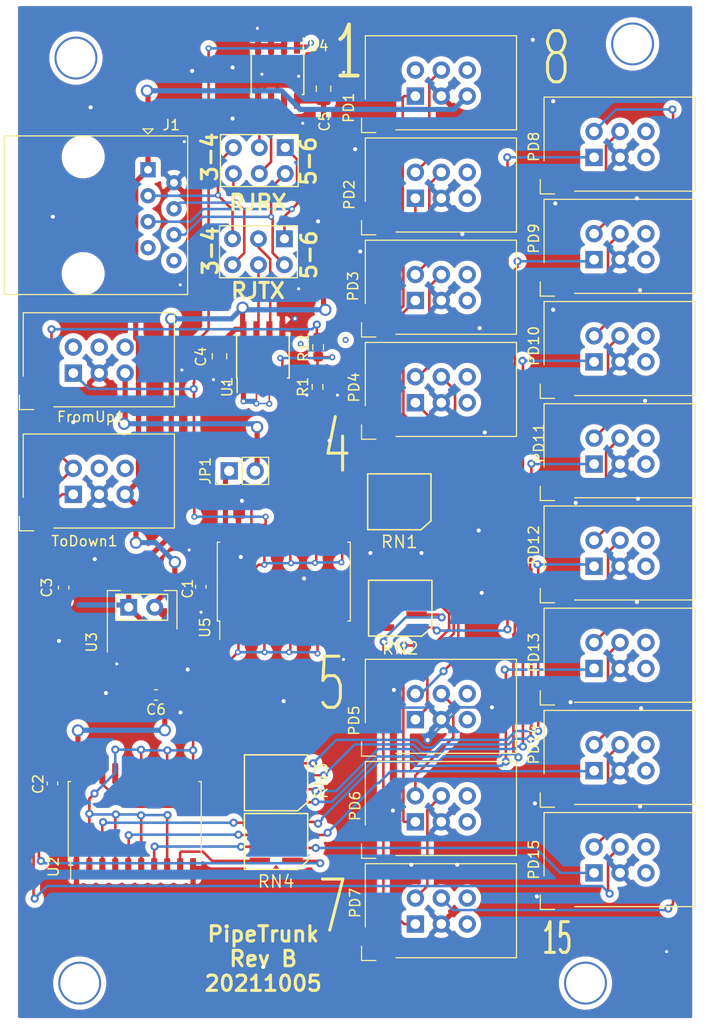
<source format=kicad_pcb>
(kicad_pcb (version 20171130) (host pcbnew "(5.1.7)-1")
  (layers (0 F.Cu signal) (31 B.Cu signal) (34 B.Paste user) (35 F.Paste user) (36 B.SilkS user) (37 F.SilkS user) (38 B.Mask user) (39 F.Mask user) (44 Edge.Cuts user))
  (net 0 "")
  (net 1 GND)
  (net 2 /5V)
  (net 3 "Net-(CHAN1-Pad1)")
  (net 4 "Net-(CHAN1-Pad2)")
  (net 5 "Net-(CHAN1-Pad4)")
  (net 6 "Net-(CHAN1-Pad5)")
  (net 7 "Net-(CHAN1-Pad6)")
  (net 8 "Net-(CHAN1-Pad3)")
  (net 9 "Net-(CHAN2-Pad2)")
  (net 10 "Net-(CHAN2-Pad5)")
  (net 11 /SysTx0)
  (net 12 "Net-(PD1-Pad4)")
  (net 13 "Net-(PD2-Pad4)")
  (net 14 "Net-(PD3-Pad4)")
  (net 15 "Net-(PD4-Pad4)")
  (net 16 "Net-(PD5-Pad4)")
  (net 17 "Net-(PD6-Pad4)")
  (net 18 "Net-(PD7-Pad4)")
  (net 19 /Ch0RxIn)
  (net 20 /SysTx1)
  (net 21 "Net-(PD10-Pad2)")
  (net 22 "Net-(PD10-Pad4)")
  (net 23 "Net-(PD11-Pad4)")
  (net 24 "Net-(PD12-Pad4)")
  (net 25 "Net-(PD13-Pad4)")
  (net 26 "Net-(PD14-Pad4)")
  (net 27 /Ch1RxIn)
  (net 28 /3V3)
  (net 29 /SysTx2)
  (net 30 "Net-(R1-Pad2)")
  (net 31 /SysTx4)
  (net 32 /SysTx3)
  (net 33 "Net-(FromUp1-Pad5)")
  (net 34 "Net-(FromUp1-Pad1)")
  (net 35 /SysTx5)
  (net 36 /SysTx6)
  (net 37 /SysTx7)
  (net 38 /SysTx8)
  (net 39 /SysTx9)
  (net 40 /SysTx10)
  (net 41 /SysTx11)
  (net 42 /SysTx12)
  (net 43 /SysTx13)
  (net 44 /SysTx14)
  (net 45 "Net-(RN1-Pad5)")
  (net 46 "Net-(RN1-Pad6)")
  (net 47 "Net-(RN1-Pad7)")
  (net 48 "Net-(RN1-Pad8)")
  (net 49 "Net-(RN2-Pad8)")
  (net 50 "Net-(RN2-Pad7)")
  (net 51 "Net-(RN2-Pad6)")
  (net 52 "Net-(RN2-Pad5)")
  (net 53 "Net-(RN3-Pad5)")
  (net 54 "Net-(RN3-Pad6)")
  (net 55 "Net-(RN3-Pad7)")
  (net 56 "Net-(RN3-Pad8)")
  (net 57 "Net-(RN4-Pad8)")
  (net 58 "Net-(RN4-Pad7)")
  (net 59 "Net-(RN4-Pad6)")
  (net 60 "Net-(RN4-Pad5)")
  (net 61 /SysTx15)
  (module CLRConnector:2012-8 (layer F.Cu) (at 80.92 95.4 90)
    (fp_text reference RN2 (at -3.93 0) (layer F.SilkS) (effects (font (size 1.2 1.2))))
    (fp_text value R_Pack04)
    (pad 4 smd rect (at 1.905 1.6 90) (size 0.65 2) (layers F.Cu F.Paste F.Mask) (net 31 /SysTx4))
    (pad 5 smd rect (at 1.905 -1.6 90) (size 0.65 2) (layers F.Cu F.Paste F.Mask) (net 52 "Net-(RN2-Pad5)"))
    (pad 3 smd rect (at 0.635 1.6 90) (size 0.65 2) (layers F.Cu F.Paste F.Mask) (net 35 /SysTx5))
    (pad 6 smd rect (at 0.635 -1.6 90) (size 0.65 2) (layers F.Cu F.Paste F.Mask) (net 51 "Net-(RN2-Pad6)"))
    (pad 2 smd rect (at -0.635 1.6 90) (size 0.65 2) (layers F.Cu F.Paste F.Mask) (net 36 /SysTx6))
    (pad 7 smd rect (at -0.635 -1.6 90) (size 0.65 2) (layers F.Cu F.Paste F.Mask) (net 50 "Net-(RN2-Pad7)"))
    (pad 1 smd rect (at -1.905 1.6 90) (size 0.65 2) (layers F.Cu F.Paste F.Mask) (net 37 /SysTx7))
    (pad 8 smd rect (at -1.905 -1.6 90) (size 0.65 2) (layers F.Cu F.Paste F.Mask) (net 49 "Net-(RN2-Pad8)"))
  )
  (module CLRLibrary:RibbonCableSocket_6_OddEven (layer F.Cu) (at 110 90 90)
    (fp_text reference PD12 (at 0.762 -16.002 90) (layer F.SilkS))
    (fp_text value Conn_02x03_Odd_Even)
    (pad 6 thru_hole circle (at 1.24 -5.02 90) (size 1.7 1.7) (drill 0.95) (layers *.Cu *.Mask))
    (pad 4 thru_hole circle (at 1.24 -7.56 90) (size 1.7 1.7) (drill 0.95) (layers *.Cu *.Mask) (net 24 "Net-(PD12-Pad4)"))
    (pad 2 thru_hole circle (at 1.24 -10.1 90) (size 1.7 1.7) (drill 0.95) (layers *.Cu *.Mask) (net 23 "Net-(PD11-Pad4)"))
    (pad 5 thru_hole circle (at -1.3 -5.02 90) (size 1.7 1.7) (drill 0.95) (layers *.Cu *.Mask))
    (pad 3 thru_hole circle (at -1.3 -7.56 90) (size 1.7 1.7) (drill 0.95) (layers *.Cu *.Mask) (net 1 GND))
    (pad 1 thru_hole rect (at -1.3 -10.1 90) (size 1.7 1.7) (drill 0.95) (layers *.Cu *.Mask) (net 41 /SysTx11))
  )
  (module CLRLibrary:RibbonCableSocket_6_OddEven (layer F.Cu) (at 110 120 90)
    (fp_text reference PD15 (at 0 -16.002 90) (layer F.SilkS))
    (fp_text value Conn_02x03_Odd_Even)
    (pad 1 thru_hole rect (at -1.3 -10.1 90) (size 1.7 1.7) (drill 0.95) (layers *.Cu *.Mask) (net 44 /SysTx14))
    (pad 3 thru_hole circle (at -1.3 -7.56 90) (size 1.7 1.7) (drill 0.95) (layers *.Cu *.Mask) (net 1 GND))
    (pad 5 thru_hole circle (at -1.3 -5.02 90) (size 1.7 1.7) (drill 0.95) (layers *.Cu *.Mask))
    (pad 2 thru_hole circle (at 1.24 -10.1 90) (size 1.7 1.7) (drill 0.95) (layers *.Cu *.Mask) (net 26 "Net-(PD14-Pad4)"))
    (pad 4 thru_hole circle (at 1.24 -7.56 90) (size 1.7 1.7) (drill 0.95) (layers *.Cu *.Mask) (net 27 /Ch1RxIn))
    (pad 6 thru_hole circle (at 1.24 -5.02 90) (size 1.7 1.7) (drill 0.95) (layers *.Cu *.Mask))
  )
  (module CLRLibrary:RibbonCableSocket_6_OddEven (layer F.Cu) (at 110 100 90)
    (fp_text reference PD13 (at 0.254 -16.002 90) (layer F.SilkS))
    (fp_text value Conn_02x03_Odd_Even)
    (pad 1 thru_hole rect (at -1.3 -10.1 90) (size 1.7 1.7) (drill 0.95) (layers *.Cu *.Mask) (net 42 /SysTx12))
    (pad 3 thru_hole circle (at -1.3 -7.56 90) (size 1.7 1.7) (drill 0.95) (layers *.Cu *.Mask) (net 1 GND))
    (pad 5 thru_hole circle (at -1.3 -5.02 90) (size 1.7 1.7) (drill 0.95) (layers *.Cu *.Mask))
    (pad 2 thru_hole circle (at 1.24 -10.1 90) (size 1.7 1.7) (drill 0.95) (layers *.Cu *.Mask) (net 24 "Net-(PD12-Pad4)"))
    (pad 4 thru_hole circle (at 1.24 -7.56 90) (size 1.7 1.7) (drill 0.95) (layers *.Cu *.Mask) (net 25 "Net-(PD13-Pad4)"))
    (pad 6 thru_hole circle (at 1.24 -5.02 90) (size 1.7 1.7) (drill 0.95) (layers *.Cu *.Mask))
  )
  (module CLRLibrary:RibbonCableSocket_6_OddEven (layer F.Cu) (at 110 80 90)
    (fp_text reference PD11 (at 0.762 -15.494 90) (layer F.SilkS))
    (fp_text value Conn_02x03_Odd_Even)
    (pad 1 thru_hole rect (at -1.3 -10.1 90) (size 1.7 1.7) (drill 0.95) (layers *.Cu *.Mask) (net 40 /SysTx10))
    (pad 3 thru_hole circle (at -1.3 -7.56 90) (size 1.7 1.7) (drill 0.95) (layers *.Cu *.Mask) (net 1 GND))
    (pad 5 thru_hole circle (at -1.3 -5.02 90) (size 1.7 1.7) (drill 0.95) (layers *.Cu *.Mask))
    (pad 2 thru_hole circle (at 1.24 -10.1 90) (size 1.7 1.7) (drill 0.95) (layers *.Cu *.Mask) (net 22 "Net-(PD10-Pad4)"))
    (pad 4 thru_hole circle (at 1.24 -7.56 90) (size 1.7 1.7) (drill 0.95) (layers *.Cu *.Mask) (net 23 "Net-(PD11-Pad4)"))
    (pad 6 thru_hole circle (at 1.24 -5.02 90) (size 1.7 1.7) (drill 0.95) (layers *.Cu *.Mask))
  )
  (module CLRLibrary:RibbonCableSocket_6_OddEven (layer F.Cu) (at 110 110 90)
    (fp_text reference PD14 (at 1.27 -16.002 90) (layer F.SilkS))
    (fp_text value Conn_02x03_Odd_Even)
    (pad 6 thru_hole circle (at 1.24 -5.02 90) (size 1.7 1.7) (drill 0.95) (layers *.Cu *.Mask))
    (pad 4 thru_hole circle (at 1.24 -7.56 90) (size 1.7 1.7) (drill 0.95) (layers *.Cu *.Mask) (net 26 "Net-(PD14-Pad4)"))
    (pad 2 thru_hole circle (at 1.24 -10.1 90) (size 1.7 1.7) (drill 0.95) (layers *.Cu *.Mask) (net 25 "Net-(PD13-Pad4)"))
    (pad 5 thru_hole circle (at -1.3 -5.02 90) (size 1.7 1.7) (drill 0.95) (layers *.Cu *.Mask))
    (pad 3 thru_hole circle (at -1.3 -7.56 90) (size 1.7 1.7) (drill 0.95) (layers *.Cu *.Mask) (net 1 GND))
    (pad 1 thru_hole rect (at -1.3 -10.1 90) (size 1.7 1.7) (drill 0.95) (layers *.Cu *.Mask) (net 43 /SysTx13))
  )
  (module CLRLibrary:RibbonCableSocket_6_OddEven (layer F.Cu) (at 110 60 90)
    (fp_text reference PD9 (at 0.762 -16.002 90) (layer F.SilkS))
    (fp_text value Conn_02x03_Odd_Even)
    (pad 1 thru_hole rect (at -1.3 -10.1 90) (size 1.7 1.7) (drill 0.95) (layers *.Cu *.Mask) (net 38 /SysTx8))
    (pad 3 thru_hole circle (at -1.3 -7.56 90) (size 1.7 1.7) (drill 0.95) (layers *.Cu *.Mask) (net 1 GND))
    (pad 5 thru_hole circle (at -1.3 -5.02 90) (size 1.7 1.7) (drill 0.95) (layers *.Cu *.Mask))
    (pad 2 thru_hole circle (at 1.24 -10.1 90) (size 1.7 1.7) (drill 0.95) (layers *.Cu *.Mask) (net 19 /Ch0RxIn))
    (pad 4 thru_hole circle (at 1.24 -7.56 90) (size 1.7 1.7) (drill 0.95) (layers *.Cu *.Mask) (net 21 "Net-(PD10-Pad2)"))
    (pad 6 thru_hole circle (at 1.24 -5.02 90) (size 1.7 1.7) (drill 0.95) (layers *.Cu *.Mask))
  )
  (module CLRLibrary:RibbonCableSocket_6_OddEven (layer F.Cu) (at 110 70 90)
    (fp_text reference PD10 (at 0.254 -16.002 90) (layer F.SilkS))
    (fp_text value Conn_02x03_Odd_Even)
    (pad 6 thru_hole circle (at 1.24 -5.02 90) (size 1.7 1.7) (drill 0.95) (layers *.Cu *.Mask))
    (pad 4 thru_hole circle (at 1.24 -7.56 90) (size 1.7 1.7) (drill 0.95) (layers *.Cu *.Mask) (net 22 "Net-(PD10-Pad4)"))
    (pad 2 thru_hole circle (at 1.24 -10.1 90) (size 1.7 1.7) (drill 0.95) (layers *.Cu *.Mask) (net 21 "Net-(PD10-Pad2)"))
    (pad 5 thru_hole circle (at -1.3 -5.02 90) (size 1.7 1.7) (drill 0.95) (layers *.Cu *.Mask))
    (pad 3 thru_hole circle (at -1.3 -7.56 90) (size 1.7 1.7) (drill 0.95) (layers *.Cu *.Mask) (net 1 GND))
    (pad 1 thru_hole rect (at -1.3 -10.1 90) (size 1.7 1.7) (drill 0.95) (layers *.Cu *.Mask) (net 39 /SysTx9))
  )
  (module Capacitor_SMD:C_0603_1608Metric_Pad1.08x0.95mm_HandSolder (layer F.Cu) (at 47.96 93.39 270)
    (fp_text reference C3 (at 0 1.66 90) (layer F.SilkS))
    (fp_text value C)
    (pad 2 smd roundrect (at 0.8625 0 270) (size 1.075 0.95) (layers F.Cu F.Paste F.Mask) (net 1 GND))
    (pad 1 smd roundrect (at -0.8625 0 270) (size 1.075 0.95) (layers F.Cu F.Paste F.Mask) (net 28 /3V3))
  )
  (module SeeedOPL-Connector-2016:H2-2.54 (layer F.Cu) (at 55.6016 95.3093 90)
    (fp_text reference J2 hide)
    (fp_text value Conn_01x02_Male hide)
    (pad 2 thru_hole circle (at 0 1.27 90) (size 1.651 1.651) (drill 0.889) (layers *.Cu *.Paste *.Mask) (net 2 /5V))
    (pad 1 thru_hole rect (at 0 -1.27 90) (size 1.651 1.651) (drill 0.889) (layers *.Cu *.Paste *.Mask) (net 28 /3V3))
  )
  (module SeeedOPL-Connector-2016:H2X3-2.54 (layer F.Cu) (at 67.036 60.532 270)
    (fp_text reference CHAN1 hide)
    (fp_text value JBlock hide)
    (pad 1 thru_hole rect (at -1.27 -2.54 270) (size 1.651 1.651) (drill 0.889) (layers *.Cu *.Mask) (net 3 "Net-(CHAN1-Pad1)"))
    (pad 2 thru_hole circle (at -1.27 0 270) (size 1.651 1.651) (drill 0.889) (layers *.Cu *.Mask) (net 4 "Net-(CHAN1-Pad2)"))
    (pad 3 thru_hole circle (at -1.27 2.54 270) (size 1.651 1.651) (drill 0.889) (layers *.Cu *.Mask) (net 8 "Net-(CHAN1-Pad3)"))
    (pad 4 thru_hole circle (at 1.27 2.54 270) (size 1.651 1.651) (drill 0.889) (layers *.Cu *.Mask) (net 5 "Net-(CHAN1-Pad4)"))
    (pad 5 thru_hole circle (at 1.27 0 270) (size 1.651 1.651) (drill 0.889) (layers *.Cu *.Mask) (net 6 "Net-(CHAN1-Pad5)"))
    (pad 6 thru_hole circle (at 1.27 -2.54 270) (size 1.651 1.651) (drill 0.889) (layers *.Cu *.Mask) (net 7 "Net-(CHAN1-Pad6)"))
  )
  (module Connector_RJ:RJ45_Amphenol_54602-x08_Horizontal (layer F.Cu) (at 56.22 52.51 270)
    (fp_text reference J1 (at -4.3759 -2.2744) (layer F.SilkS))
    (fp_text value RJ45)
    (pad "" np_thru_hole circle (at 10.16 6.35 270) (size 3.2 3.2) (drill 3.2) (layers *.Cu *.Mask))
    (pad "" np_thru_hole circle (at -1.27 6.35 270) (size 3.2 3.2) (drill 3.2) (layers *.Cu *.Mask))
    (pad 1 thru_hole rect (at 0 0 270) (size 1.5 1.5) (drill 0.76) (layers *.Cu *.Mask) (net 2 /5V))
    (pad 2 thru_hole circle (at 1.27 -2.54 270) (size 1.5 1.5) (drill 0.76) (layers *.Cu *.Mask) (net 1 GND))
    (pad 3 thru_hole circle (at 2.54 0 270) (size 1.5 1.5) (drill 0.76) (layers *.Cu *.Mask) (net 8 "Net-(CHAN1-Pad3)"))
    (pad 4 thru_hole circle (at 3.81 -2.54 270) (size 1.5 1.5) (drill 0.76) (layers *.Cu *.Mask) (net 5 "Net-(CHAN1-Pad4)"))
    (pad 5 thru_hole circle (at 5.08 0 270) (size 1.5 1.5) (drill 0.76) (layers *.Cu *.Mask) (net 3 "Net-(CHAN1-Pad1)"))
    (pad 6 thru_hole circle (at 6.35 -2.54 270) (size 1.5 1.5) (drill 0.76) (layers *.Cu *.Mask) (net 7 "Net-(CHAN1-Pad6)"))
    (pad 7 thru_hole circle (at 7.62 0 270) (size 1.5 1.5) (drill 0.76) (layers *.Cu *.Mask))
    (pad 8 thru_hole circle (at 8.89 -2.54 270) (size 1.5 1.5) (drill 0.76) (layers *.Cu *.Mask))
  )
  (module Package_SO:SOIC-8_3.9x4.9mm_P1.27mm (layer F.Cu) (at 67.47 70.81 90)
    (fp_text reference U1 (at -2.95 -3.5 270) (layer F.SilkS))
    (fp_text value ST485EBDR)
    (pad 1 smd rect (at -2.7 -1.905 90) (size 1.55 0.6) (layers F.Cu F.Paste F.Mask) (net 28 /3V3))
    (pad 2 smd rect (at -2.7 -0.635 90) (size 1.55 0.6) (layers F.Cu F.Paste F.Mask) (net 28 /3V3))
    (pad 3 smd rect (at -2.7 0.635 90) (size 1.55 0.6) (layers F.Cu F.Paste F.Mask) (net 28 /3V3))
    (pad 4 smd rect (at -2.7 1.905 90) (size 1.55 0.6) (layers F.Cu F.Paste F.Mask) (net 30 "Net-(R1-Pad2)"))
    (pad 5 smd rect (at 2.7 1.905 90) (size 1.55 0.6) (layers F.Cu F.Paste F.Mask) (net 1 GND))
    (pad 6 smd rect (at 2.7 0.635 90) (size 1.55 0.6) (layers F.Cu F.Paste F.Mask) (net 4 "Net-(CHAN1-Pad2)"))
    (pad 7 smd rect (at 2.7 -0.635 90) (size 1.55 0.6) (layers F.Cu F.Paste F.Mask) (net 6 "Net-(CHAN1-Pad5)"))
    (pad 8 smd rect (at 2.7 -1.905 90) (size 1.55 0.6) (layers F.Cu F.Paste F.Mask) (net 28 /3V3))
  )
  (module Package_TO_SOT_SMD:SOT-223-3_TabPin2 (layer F.Cu) (at 55.6466 95.5843 90)
    (fp_text reference U3 (at -3.15 -4.95 90) (layer F.SilkS))
    (fp_text value AP1117-33)
    (pad 2 smd rect (at 3.15 0 90) (size 2 3.8) (layers F.Cu F.Paste F.Mask) (net 28 /3V3))
    (pad 2 smd rect (at -3.15 0 90) (size 2 1.5) (layers F.Cu F.Paste F.Mask) (net 28 /3V3))
    (pad 3 smd rect (at -3.15 2.3 90) (size 2 1.5) (layers F.Cu F.Paste F.Mask) (net 2 /5V))
    (pad 1 smd rect (at -3.15 -2.3 90) (size 2 1.5) (layers F.Cu F.Paste F.Mask) (net 1 GND))
  )
  (module Capacitor_SMD:C_0805_2012Metric_Pad1.15x1.40mm_HandSolder (layer F.Cu) (at 63.2188 70.7528 270)
    (fp_text reference C4 (at 0.0472 1.8188 90) (layer F.SilkS))
    (fp_text value C)
    (pad 1 smd roundrect (at -1.025 0 270) (size 1.15 1.4) (layers F.Cu F.Paste F.Mask) (roundrect_rratio 0.217391) (net 28 /3V3))
    (pad 2 smd roundrect (at 1.025 0 270) (size 1.15 1.4) (layers F.Cu F.Paste F.Mask) (roundrect_rratio 0.217391) (net 1 GND))
  )
  (module Capacitor_SMD:C_0805_2012Metric_Pad1.15x1.40mm_HandSolder (layer F.Cu) (at 73.402 44.576 90)
    (fp_text reference C5 (at -3.224 0.098 90) (layer F.SilkS))
    (fp_text value C)
    (pad 1 smd roundrect (at -1.025 0 90) (size 1.15 1.4) (layers F.Cu F.Paste F.Mask) (roundrect_rratio 0.217391) (net 28 /3V3))
    (pad 2 smd roundrect (at 1.025 0 90) (size 1.15 1.4) (layers F.Cu F.Paste F.Mask) (roundrect_rratio 0.217391) (net 1 GND))
  )
  (module SeeedOPL-Connector-2016:H2X3-2.54 (layer F.Cu) (at 67.12 51.61 270)
    (fp_text reference CHAN2 hide)
    (fp_text value JBlock hide)
    (pad 1 thru_hole rect (at -1.27 -2.54 270) (size 1.651 1.651) (drill 0.889) (layers *.Cu *.Mask) (net 3 "Net-(CHAN1-Pad1)"))
    (pad 2 thru_hole circle (at -1.27 0 270) (size 1.651 1.651) (drill 0.889) (layers *.Cu *.Mask) (net 9 "Net-(CHAN2-Pad2)"))
    (pad 3 thru_hole circle (at -1.27 2.54 270) (size 1.651 1.651) (drill 0.889) (layers *.Cu *.Mask) (net 8 "Net-(CHAN1-Pad3)"))
    (pad 4 thru_hole circle (at 1.27 2.54 270) (size 1.651 1.651) (drill 0.889) (layers *.Cu *.Mask) (net 5 "Net-(CHAN1-Pad4)"))
    (pad 5 thru_hole circle (at 1.27 0 270) (size 1.651 1.651) (drill 0.889) (layers *.Cu *.Mask) (net 10 "Net-(CHAN2-Pad5)"))
    (pad 6 thru_hole circle (at 1.27 -2.54 270) (size 1.651 1.651) (drill 0.889) (layers *.Cu *.Mask) (net 7 "Net-(CHAN1-Pad6)"))
  )
  (module Package_SO:SOIC-8_3.9x4.9mm_P1.27mm (layer F.Cu) (at 68.902 43.076 270)
    (fp_text reference U4 (at -2.676 -3.998) (layer F.SilkS))
    (fp_text value ST485EBDR)
    (pad 1 smd rect (at -2.7 -1.905 270) (size 1.55 0.6) (layers F.Cu F.Paste F.Mask) (net 34 "Net-(FromUp1-Pad1)"))
    (pad 2 smd rect (at -2.7 -0.635 270) (size 1.55 0.6) (layers F.Cu F.Paste F.Mask) (net 1 GND))
    (pad 3 smd rect (at -2.7 0.635 270) (size 1.55 0.6) (layers F.Cu F.Paste F.Mask) (net 1 GND))
    (pad 4 smd rect (at -2.7 1.905 270) (size 1.55 0.6) (layers F.Cu F.Paste F.Mask) (net 1 GND))
    (pad 5 smd rect (at 2.7 1.905 270) (size 1.55 0.6) (layers F.Cu F.Paste F.Mask) (net 1 GND))
    (pad 6 smd rect (at 2.7 0.635 270) (size 1.55 0.6) (layers F.Cu F.Paste F.Mask) (net 9 "Net-(CHAN2-Pad2)"))
    (pad 7 smd rect (at 2.7 -0.635 270) (size 1.55 0.6) (layers F.Cu F.Paste F.Mask) (net 10 "Net-(CHAN2-Pad5)"))
    (pad 8 smd rect (at 2.7 -1.905 270) (size 1.55 0.6) (layers F.Cu F.Paste F.Mask) (net 28 /3V3))
  )
  (module CLRLibrary:RibbonCableSocket_6_OddEven (layer F.Cu) (at 92.5 44 90)
    (fp_text reference PD1 (at -2.44 -16.63 90) (layer F.SilkS))
    (fp_text value Conn_02x03_Odd_Even)
    (pad 1 thru_hole rect (at -1.3 -10.1 90) (size 1.7 1.7) (drill 0.95) (layers *.Cu *.Mask) (net 11 /SysTx0))
    (pad 3 thru_hole circle (at -1.3 -7.56 90) (size 1.7 1.7) (drill 0.95) (layers *.Cu *.Mask) (net 1 GND))
    (pad 5 thru_hole circle (at -1.3 -5.02 90) (size 1.7 1.7) (drill 0.95) (layers *.Cu *.Mask) (net 2 /5V))
    (pad 2 thru_hole circle (at 1.24 -10.1 90) (size 1.7 1.7) (drill 0.95) (layers *.Cu *.Mask))
    (pad 4 thru_hole circle (at 1.24 -7.56 90) (size 1.7 1.7) (drill 0.95) (layers *.Cu *.Mask) (net 12 "Net-(PD1-Pad4)"))
    (pad 6 thru_hole circle (at 1.24 -5.02 90) (size 1.7 1.7) (drill 0.95) (layers *.Cu *.Mask))
  )
  (module CLRLibrary:RibbonCableSocket_6_OddEven (layer F.Cu) (at 92.5 54 90)
    (fp_text reference PD2 (at -0.95 -16.57 90) (layer F.SilkS))
    (fp_text value Conn_02x03_Odd_Even)
    (pad 6 thru_hole circle (at 1.24 -5.02 90) (size 1.7 1.7) (drill 0.95) (layers *.Cu *.Mask))
    (pad 4 thru_hole circle (at 1.24 -7.56 90) (size 1.7 1.7) (drill 0.95) (layers *.Cu *.Mask) (net 13 "Net-(PD2-Pad4)"))
    (pad 2 thru_hole circle (at 1.24 -10.1 90) (size 1.7 1.7) (drill 0.95) (layers *.Cu *.Mask) (net 12 "Net-(PD1-Pad4)"))
    (pad 5 thru_hole circle (at -1.3 -5.02 90) (size 1.7 1.7) (drill 0.95) (layers *.Cu *.Mask))
    (pad 3 thru_hole circle (at -1.3 -7.56 90) (size 1.7 1.7) (drill 0.95) (layers *.Cu *.Mask) (net 1 GND))
    (pad 1 thru_hole rect (at -1.3 -10.1 90) (size 1.7 1.7) (drill 0.95) (layers *.Cu *.Mask) (net 20 /SysTx1))
  )
  (module CLRLibrary:RibbonCableSocket_6_OddEven (layer F.Cu) (at 92.5 64 90)
    (fp_text reference PD3 (at 0.1 -16.2 90) (layer F.SilkS))
    (fp_text value Conn_02x03_Odd_Even)
    (pad 1 thru_hole rect (at -1.3 -10.1 90) (size 1.7 1.7) (drill 0.95) (layers *.Cu *.Mask) (net 29 /SysTx2))
    (pad 3 thru_hole circle (at -1.3 -7.56 90) (size 1.7 1.7) (drill 0.95) (layers *.Cu *.Mask) (net 1 GND))
    (pad 5 thru_hole circle (at -1.3 -5.02 90) (size 1.7 1.7) (drill 0.95) (layers *.Cu *.Mask))
    (pad 2 thru_hole circle (at 1.24 -10.1 90) (size 1.7 1.7) (drill 0.95) (layers *.Cu *.Mask) (net 13 "Net-(PD2-Pad4)"))
    (pad 4 thru_hole circle (at 1.24 -7.56 90) (size 1.7 1.7) (drill 0.95) (layers *.Cu *.Mask) (net 14 "Net-(PD3-Pad4)"))
    (pad 6 thru_hole circle (at 1.24 -5.02 90) (size 1.7 1.7) (drill 0.95) (layers *.Cu *.Mask))
  )
  (module CLRLibrary:RibbonCableSocket_6_OddEven (layer F.Cu) (at 92.5 74 90)
    (fp_text reference PD4 (at 0.2 -16.1 90) (layer F.SilkS))
    (fp_text value Conn_02x03_Odd_Even)
    (pad 6 thru_hole circle (at 1.24 -5.02 90) (size 1.7 1.7) (drill 0.95) (layers *.Cu *.Mask))
    (pad 4 thru_hole circle (at 1.24 -7.56 90) (size 1.7 1.7) (drill 0.95) (layers *.Cu *.Mask) (net 15 "Net-(PD4-Pad4)"))
    (pad 2 thru_hole circle (at 1.24 -10.1 90) (size 1.7 1.7) (drill 0.95) (layers *.Cu *.Mask) (net 14 "Net-(PD3-Pad4)"))
    (pad 5 thru_hole circle (at -1.3 -5.02 90) (size 1.7 1.7) (drill 0.95) (layers *.Cu *.Mask))
    (pad 3 thru_hole circle (at -1.3 -7.56 90) (size 1.7 1.7) (drill 0.95) (layers *.Cu *.Mask) (net 1 GND))
    (pad 1 thru_hole rect (at -1.3 -10.1 90) (size 1.7 1.7) (drill 0.95) (layers *.Cu *.Mask) (net 32 /SysTx3))
  )
  (module CLRLibrary:RibbonCableSocket_6_OddEven (layer F.Cu) (at 92.5 105 90)
    (fp_text reference PD5 (at -1.4 -16.1 90) (layer F.SilkS))
    (fp_text value Conn_02x03_Odd_Even)
    (pad 1 thru_hole rect (at -1.3 -10.1 90) (size 1.7 1.7) (drill 0.95) (layers *.Cu *.Mask) (net 31 /SysTx4))
    (pad 3 thru_hole circle (at -1.3 -7.56 90) (size 1.7 1.7) (drill 0.95) (layers *.Cu *.Mask) (net 1 GND))
    (pad 5 thru_hole circle (at -1.3 -5.02 90) (size 1.7 1.7) (drill 0.95) (layers *.Cu *.Mask))
    (pad 2 thru_hole circle (at 1.24 -10.1 90) (size 1.7 1.7) (drill 0.95) (layers *.Cu *.Mask) (net 15 "Net-(PD4-Pad4)"))
    (pad 4 thru_hole circle (at 1.24 -7.56 90) (size 1.7 1.7) (drill 0.95) (layers *.Cu *.Mask) (net 16 "Net-(PD5-Pad4)"))
    (pad 6 thru_hole circle (at 1.24 -5.02 90) (size 1.7 1.7) (drill 0.95) (layers *.Cu *.Mask))
  )
  (module CLRLibrary:RibbonCableSocket_6_OddEven (layer F.Cu) (at 92.5 115 90)
    (fp_text reference PD6 (at 0.254 -16.002 90) (layer F.SilkS))
    (fp_text value Conn_02x03_Odd_Even)
    (pad 6 thru_hole circle (at 1.24 -5.02 90) (size 1.7 1.7) (drill 0.95) (layers *.Cu *.Mask))
    (pad 4 thru_hole circle (at 1.24 -7.56 90) (size 1.7 1.7) (drill 0.95) (layers *.Cu *.Mask) (net 17 "Net-(PD6-Pad4)"))
    (pad 2 thru_hole circle (at 1.24 -10.1 90) (size 1.7 1.7) (drill 0.95) (layers *.Cu *.Mask) (net 16 "Net-(PD5-Pad4)"))
    (pad 5 thru_hole circle (at -1.3 -5.02 90) (size 1.7 1.7) (drill 0.95) (layers *.Cu *.Mask))
    (pad 3 thru_hole circle (at -1.3 -7.56 90) (size 1.7 1.7) (drill 0.95) (layers *.Cu *.Mask) (net 1 GND))
    (pad 1 thru_hole rect (at -1.3 -10.1 90) (size 1.7 1.7) (drill 0.95) (layers *.Cu *.Mask) (net 35 /SysTx5))
  )
  (module CLRLibrary:RibbonCableSocket_6_OddEven (layer F.Cu) (at 92.5 125 90)
    (fp_text reference PD7 (at 0.762 -16.002 90) (layer F.SilkS))
    (fp_text value Conn_02x03_Odd_Even)
    (pad 1 thru_hole rect (at -1.3 -10.1 90) (size 1.7 1.7) (drill 0.95) (layers *.Cu *.Mask) (net 36 /SysTx6))
    (pad 3 thru_hole circle (at -1.3 -7.56 90) (size 1.7 1.7) (drill 0.95) (layers *.Cu *.Mask) (net 1 GND))
    (pad 5 thru_hole circle (at -1.3 -5.02 90) (size 1.7 1.7) (drill 0.95) (layers *.Cu *.Mask))
    (pad 2 thru_hole circle (at 1.24 -10.1 90) (size 1.7 1.7) (drill 0.95) (layers *.Cu *.Mask) (net 17 "Net-(PD6-Pad4)"))
    (pad 4 thru_hole circle (at 1.24 -7.56 90) (size 1.7 1.7) (drill 0.95) (layers *.Cu *.Mask) (net 18 "Net-(PD7-Pad4)"))
    (pad 6 thru_hole circle (at 1.24 -5.02 90) (size 1.7 1.7) (drill 0.95) (layers *.Cu *.Mask))
  )
  (module CLRLibrary:RibbonCableSocket_6_OddEven (layer F.Cu) (at 110 50 90)
    (fp_text reference PD8 (at -0.254 -16.002 90) (layer F.SilkS))
    (fp_text value Conn_02x03_Odd_Even)
    (pad 6 thru_hole circle (at 1.24 -5.02 90) (size 1.7 1.7) (drill 0.95) (layers *.Cu *.Mask))
    (pad 4 thru_hole circle (at 1.24 -7.56 90) (size 1.7 1.7) (drill 0.95) (layers *.Cu *.Mask) (net 19 /Ch0RxIn))
    (pad 2 thru_hole circle (at 1.24 -10.1 90) (size 1.7 1.7) (drill 0.95) (layers *.Cu *.Mask) (net 18 "Net-(PD7-Pad4)"))
    (pad 5 thru_hole circle (at -1.3 -5.02 90) (size 1.7 1.7) (drill 0.95) (layers *.Cu *.Mask))
    (pad 3 thru_hole circle (at -1.3 -7.56 90) (size 1.7 1.7) (drill 0.95) (layers *.Cu *.Mask) (net 1 GND))
    (pad 1 thru_hole rect (at -1.3 -10.1 90) (size 1.7 1.7) (drill 0.95) (layers *.Cu *.Mask) (net 37 /SysTx7))
  )
  (module CLRLibrary:RibbonCableSocket_6_OddEven (layer F.Cu) (at 59 82.96 90)
    (fp_text reference ToDown1 (at -5.88 -9) (layer F.SilkS))
    (fp_text value Conn_02x03_Odd_Even)
    (pad 1 thru_hole rect (at -1.3 -10.1 90) (size 1.7 1.7) (drill 0.95) (layers *.Cu *.Mask) (net 61 /SysTx15))
    (pad 3 thru_hole circle (at -1.3 -7.56 90) (size 1.7 1.7) (drill 0.95) (layers *.Cu *.Mask) (net 1 GND))
    (pad 5 thru_hole circle (at -1.3 -5.02 90) (size 1.7 1.7) (drill 0.95) (layers *.Cu *.Mask) (net 2 /5V))
    (pad 2 thru_hole circle (at 1.24 -10.1 90) (size 1.7 1.7) (drill 0.95) (layers *.Cu *.Mask) (net 27 /Ch1RxIn))
    (pad 4 thru_hole circle (at 1.24 -7.56 90) (size 1.7 1.7) (drill 0.95) (layers *.Cu *.Mask))
    (pad 6 thru_hole circle (at 1.24 -5.02 90) (size 1.7 1.7) (drill 0.95) (layers *.Cu *.Mask))
  )
  (module Resistor_SMD:R_0603_1608Metric_Pad0.98x0.95mm_HandSolder (layer F.Cu) (at 72.82 73.75 90)
    (fp_text reference R1 (at 0 -1.43 90) (layer F.SilkS))
    (fp_text value 330)
    (pad 1 smd roundrect (at -0.9125 0 90) (size 0.975 0.95) (layers F.Cu F.Paste F.Mask) (net 1 GND))
    (pad 2 smd roundrect (at 0.9125 0 90) (size 0.975 0.95) (layers F.Cu F.Paste F.Mask) (net 30 "Net-(R1-Pad2)"))
  )
  (module Package_SO:SOIC-20W_7.5x12.8mm_P1.27mm (layer F.Cu) (at 69.518 92.8 90)
    (fp_text reference U5 (at -4.5 -7.718 90) (layer F.SilkS))
    (fp_text value 74HC244)
    (pad 1 smd roundrect (at -4.65 -5.715 90) (size 2.05 0.6) (layers F.Cu F.Paste F.Mask) (net 1 GND))
    (pad 2 smd roundrect (at -4.65 -4.445 90) (size 2.05 0.6) (layers F.Cu F.Paste F.Mask) (net 34 "Net-(FromUp1-Pad1)"))
    (pad 3 smd roundrect (at -4.65 -3.175 90) (size 2.05 0.6) (layers F.Cu F.Paste F.Mask) (net 52 "Net-(RN2-Pad5)"))
    (pad 4 smd roundrect (at -4.65 -1.905 90) (size 2.05 0.6) (layers F.Cu F.Paste F.Mask) (net 34 "Net-(FromUp1-Pad1)"))
    (pad 5 smd roundrect (at -4.65 -0.635 90) (size 2.05 0.6) (layers F.Cu F.Paste F.Mask) (net 51 "Net-(RN2-Pad6)"))
    (pad 6 smd roundrect (at -4.65 0.635 90) (size 2.05 0.6) (layers F.Cu F.Paste F.Mask) (net 34 "Net-(FromUp1-Pad1)"))
    (pad 7 smd roundrect (at -4.65 1.905 90) (size 2.05 0.6) (layers F.Cu F.Paste F.Mask) (net 50 "Net-(RN2-Pad7)"))
    (pad 8 smd roundrect (at -4.65 3.175 90) (size 2.05 0.6) (layers F.Cu F.Paste F.Mask) (net 34 "Net-(FromUp1-Pad1)"))
    (pad 9 smd roundrect (at -4.65 4.445 90) (size 2.05 0.6) (layers F.Cu F.Paste F.Mask) (net 49 "Net-(RN2-Pad8)"))
    (pad 10 smd roundrect (at -4.65 5.715 90) (size 2.05 0.6) (layers F.Cu F.Paste F.Mask) (net 1 GND))
    (pad 11 smd roundrect (at 4.65 5.715 90) (size 2.05 0.6) (layers F.Cu F.Paste F.Mask) (net 34 "Net-(FromUp1-Pad1)"))
    (pad 12 smd roundrect (at 4.65 4.445 90) (size 2.05 0.6) (layers F.Cu F.Paste F.Mask) (net 48 "Net-(RN1-Pad8)"))
    (pad 13 smd roundrect (at 4.65 3.175 90) (size 2.05 0.6) (layers F.Cu F.Paste F.Mask) (net 34 "Net-(FromUp1-Pad1)"))
    (pad 14 smd roundrect (at 4.65 1.905 90) (size 2.05 0.6) (layers F.Cu F.Paste F.Mask) (net 47 "Net-(RN1-Pad7)"))
    (pad 15 smd roundrect (at 4.65 0.635 90) (size 2.05 0.6) (layers F.Cu F.Paste F.Mask) (net 34 "Net-(FromUp1-Pad1)"))
    (pad 16 smd roundrect (at 4.65 -0.635 90) (size 2.05 0.6) (layers F.Cu F.Paste F.Mask) (net 46 "Net-(RN1-Pad6)"))
    (pad 17 smd roundrect (at 4.65 -1.905 90) (size 2.05 0.6) (layers F.Cu F.Paste F.Mask) (net 34 "Net-(FromUp1-Pad1)"))
    (pad 18 smd roundrect (at 4.65 -3.175 90) (size 2.05 0.6) (layers F.Cu F.Paste F.Mask) (net 45 "Net-(RN1-Pad5)"))
    (pad 19 smd roundrect (at 4.65 -4.445 90) (size 2.05 0.6) (layers F.Cu F.Paste F.Mask) (net 1 GND))
    (pad 20 smd roundrect (at 4.65 -5.715 90) (size 2.05 0.6) (layers F.Cu F.Paste F.Mask) (net 2 /5V))
  )
  (module Capacitor_SMD:C_0603_1608Metric_Pad1.08x0.95mm_HandSolder (layer F.Cu) (at 61.39 93.308 270)
    (fp_text reference C1 (at 0.192 1.29 90) (layer F.SilkS))
    (fp_text value C)
    (pad 1 smd roundrect (at -0.8625 0 270) (size 1.075 0.95) (layers F.Cu F.Paste F.Mask) (net 2 /5V))
    (pad 2 smd roundrect (at 0.8625 0 270) (size 1.075 0.95) (layers F.Cu F.Paste F.Mask) (net 1 GND))
  )
  (module Capacitor_SMD:C_0603_1608Metric_Pad1.08x0.95mm_HandSolder (layer F.Cu) (at 46.86 112.54 270)
    (fp_text reference C2 (at 0.07 1.4 90) (layer F.SilkS))
    (fp_text value C)
    (pad 1 smd roundrect (at -0.8625 0 270) (size 1.075 0.95) (layers F.Cu F.Paste F.Mask) (net 2 /5V))
    (pad 2 smd roundrect (at 0.8625 0 270) (size 1.075 0.95) (layers F.Cu F.Paste F.Mask) (net 1 GND))
  )
  (module CLRLibrary:RibbonCableSocket_6_OddEven (layer F.Cu) (at 59 71.1 90)
    (fp_text reference FromUp1 (at -5.58 -8.38) (layer F.SilkS))
    (fp_text value Conn_02x03_Odd_Even)
    (pad 6 thru_hole circle (at 1.24 -5.02 90) (size 1.7 1.7) (drill 0.95) (layers *.Cu *.Mask))
    (pad 4 thru_hole circle (at 1.24 -7.56 90) (size 1.7 1.7) (drill 0.95) (layers *.Cu *.Mask))
    (pad 2 thru_hole circle (at 1.24 -10.1 90) (size 1.7 1.7) (drill 0.95) (layers *.Cu *.Mask))
    (pad 5 thru_hole circle (at -1.3 -5.02 90) (size 1.7 1.7) (drill 0.95) (layers *.Cu *.Mask) (net 33 "Net-(FromUp1-Pad5)"))
    (pad 3 thru_hole circle (at -1.3 -7.56 90) (size 1.7 1.7) (drill 0.95) (layers *.Cu *.Mask) (net 1 GND))
    (pad 1 thru_hole rect (at -1.3 -10.1 90) (size 1.7 1.7) (drill 0.95) (layers *.Cu *.Mask) (net 34 "Net-(FromUp1-Pad1)"))
  )
  (module Connector_PinHeader_2.54mm:PinHeader_1x02_P2.54mm_Vertical (layer F.Cu) (at 64.17 81.97 90)
    (fp_text reference JP1 (at 0 -2.33 90) (layer F.SilkS))
    (fp_text value Jumper_NC_Small)
    (pad 1 thru_hole rect (at 0 0 90) (size 1.7 1.7) (drill 1) (layers *.Cu *.Mask) (net 2 /5V))
    (pad 2 thru_hole oval (at 0 2.54 90) (size 1.7 1.7) (drill 1) (layers *.Cu *.Mask) (net 33 "Net-(FromUp1-Pad5)"))
  )
  (module Package_SO:SOIC-20W_7.5x12.8mm_P1.27mm (layer F.Cu) (at 54.918 116.22 90)
    (fp_text reference U2 (at -4.49 -7.948 90) (layer F.SilkS))
    (fp_text value 74HC244)
    (pad 1 smd roundrect (at -4.65 -5.715 90) (size 2.05 0.6) (layers F.Cu F.Paste F.Mask) (net 1 GND))
    (pad 2 smd roundrect (at -4.65 -4.445 90) (size 2.05 0.6) (layers F.Cu F.Paste F.Mask) (net 34 "Net-(FromUp1-Pad1)"))
    (pad 3 smd roundrect (at -4.65 -3.175 90) (size 2.05 0.6) (layers F.Cu F.Paste F.Mask) (net 60 "Net-(RN4-Pad5)"))
    (pad 4 smd roundrect (at -4.65 -1.905 90) (size 2.05 0.6) (layers F.Cu F.Paste F.Mask) (net 34 "Net-(FromUp1-Pad1)"))
    (pad 5 smd roundrect (at -4.65 -0.635 90) (size 2.05 0.6) (layers F.Cu F.Paste F.Mask) (net 59 "Net-(RN4-Pad6)"))
    (pad 6 smd roundrect (at -4.65 0.635 90) (size 2.05 0.6) (layers F.Cu F.Paste F.Mask) (net 34 "Net-(FromUp1-Pad1)"))
    (pad 7 smd roundrect (at -4.65 1.905 90) (size 2.05 0.6) (layers F.Cu F.Paste F.Mask) (net 58 "Net-(RN4-Pad7)"))
    (pad 8 smd roundrect (at -4.65 3.175 90) (size 2.05 0.6) (layers F.Cu F.Paste F.Mask) (net 34 "Net-(FromUp1-Pad1)"))
    (pad 9 smd roundrect (at -4.65 4.445 90) (size 2.05 0.6) (layers F.Cu F.Paste F.Mask) (net 57 "Net-(RN4-Pad8)"))
    (pad 10 smd roundrect (at -4.65 5.715 90) (size 2.05 0.6) (layers F.Cu F.Paste F.Mask) (net 1 GND))
    (pad 11 smd roundrect (at 4.65 5.715 90) (size 2.05 0.6) (layers F.Cu F.Paste F.Mask) (net 34 "Net-(FromUp1-Pad1)"))
    (pad 12 smd roundrect (at 4.65 4.445 90) (size 2.05 0.6) (layers F.Cu F.Paste F.Mask) (net 53 "Net-(RN3-Pad5)"))
    (pad 13 smd roundrect (at 4.65 3.175 90) (size 2.05 0.6) (layers F.Cu F.Paste F.Mask) (net 34 "Net-(FromUp1-Pad1)"))
    (pad 14 smd roundrect (at 4.65 1.905 90) (size 2.05 0.6) (layers F.Cu F.Paste F.Mask) (net 54 "Net-(RN3-Pad6)"))
    (pad 15 smd roundrect (at 4.65 0.635 90) (size 2.05 0.6) (layers F.Cu F.Paste F.Mask) (net 34 "Net-(FromUp1-Pad1)"))
    (pad 16 smd roundrect (at 4.65 -0.635 90) (size 2.05 0.6) (layers F.Cu F.Paste F.Mask) (net 55 "Net-(RN3-Pad7)"))
    (pad 17 smd roundrect (at 4.65 -1.905 90) (size 2.05 0.6) (layers F.Cu F.Paste F.Mask) (net 34 "Net-(FromUp1-Pad1)"))
    (pad 18 smd roundrect (at 4.65 -3.175 90) (size 2.05 0.6) (layers F.Cu F.Paste F.Mask) (net 56 "Net-(RN3-Pad8)"))
    (pad 19 smd roundrect (at 4.65 -4.445 90) (size 2.05 0.6) (layers F.Cu F.Paste F.Mask) (net 1 GND))
    (pad 20 smd roundrect (at 4.65 -5.715 90) (size 2.05 0.6) (layers F.Cu F.Paste F.Mask) (net 2 /5V))
  )
  (module Capacitor_SMD:C_0603_1608Metric_Pad1.08x0.95mm_HandSolder (layer F.Cu) (at 57 103.89 180)
    (fp_text reference C6 (at 0 -1.43) (layer F.SilkS))
    (fp_text value C)
    (pad 1 smd roundrect (at -0.8625 0 180) (size 1.075 0.95) (layers F.Cu F.Paste F.Mask) (net 2 /5V))
    (pad 2 smd roundrect (at 0.8625 0 180) (size 1.075 0.95) (layers F.Cu F.Paste F.Mask) (net 1 GND))
  )
  (module CLRConnector:2012-8 (layer F.Cu) (at 80.83 84.99 90)
    (fp_text reference RN1 (at -3.93 0) (layer F.SilkS) (effects (font (size 1.2 1.2))))
    (fp_text value R_Pack04)
    (pad 8 smd rect (at -1.905 -1.6 90) (size 0.65 2) (layers F.Cu F.Paste F.Mask) (net 48 "Net-(RN1-Pad8)"))
    (pad 1 smd rect (at -1.905 1.6 90) (size 0.65 2) (layers F.Cu F.Paste F.Mask) (net 32 /SysTx3))
    (pad 7 smd rect (at -0.635 -1.6 90) (size 0.65 2) (layers F.Cu F.Paste F.Mask) (net 47 "Net-(RN1-Pad7)"))
    (pad 2 smd rect (at -0.635 1.6 90) (size 0.65 2) (layers F.Cu F.Paste F.Mask) (net 29 /SysTx2))
    (pad 6 smd rect (at 0.635 -1.6 90) (size 0.65 2) (layers F.Cu F.Paste F.Mask) (net 46 "Net-(RN1-Pad6)"))
    (pad 3 smd rect (at 0.635 1.6 90) (size 0.65 2) (layers F.Cu F.Paste F.Mask) (net 20 /SysTx1))
    (pad 5 smd rect (at 1.905 -1.6 90) (size 0.65 2) (layers F.Cu F.Paste F.Mask) (net 45 "Net-(RN1-Pad5)"))
    (pad 4 smd rect (at 1.905 1.6 90) (size 0.65 2) (layers F.Cu F.Paste F.Mask) (net 11 /SysTx0))
  )
  (module CLRConnector:2012-8 (layer F.Cu) (at 68.76 112.48 90)
    (fp_text reference RN3 (at 0.18 4.44 90) (layer F.SilkS) (effects (font (size 1.2 1.2))))
    (fp_text value R_Pack04)
    (pad 8 smd rect (at -1.905 -1.6 90) (size 0.65 2) (layers F.Cu F.Paste F.Mask) (net 56 "Net-(RN3-Pad8)"))
    (pad 1 smd rect (at -1.905 1.6 90) (size 0.65 2) (layers F.Cu F.Paste F.Mask) (net 38 /SysTx8))
    (pad 7 smd rect (at -0.635 -1.6 90) (size 0.65 2) (layers F.Cu F.Paste F.Mask) (net 55 "Net-(RN3-Pad7)"))
    (pad 2 smd rect (at -0.635 1.6 90) (size 0.65 2) (layers F.Cu F.Paste F.Mask) (net 39 /SysTx9))
    (pad 6 smd rect (at 0.635 -1.6 90) (size 0.65 2) (layers F.Cu F.Paste F.Mask) (net 54 "Net-(RN3-Pad6)"))
    (pad 3 smd rect (at 0.635 1.6 90) (size 0.65 2) (layers F.Cu F.Paste F.Mask) (net 40 /SysTx10))
    (pad 5 smd rect (at 1.905 -1.6 90) (size 0.65 2) (layers F.Cu F.Paste F.Mask) (net 53 "Net-(RN3-Pad5)"))
    (pad 4 smd rect (at 1.905 1.6 90) (size 0.65 2) (layers F.Cu F.Paste F.Mask) (net 41 /SysTx11))
  )
  (module CLRConnector:2012-8 (layer F.Cu) (at 68.76 118.22 90)
    (fp_text reference RN4 (at -3.93 0) (layer F.SilkS) (effects (font (size 1.2 1.2))))
    (fp_text value R_Pack04)
    (pad 4 smd rect (at 1.905 1.6 90) (size 0.65 2) (layers F.Cu F.Paste F.Mask) (net 42 /SysTx12))
    (pad 5 smd rect (at 1.905 -1.6 90) (size 0.65 2) (layers F.Cu F.Paste F.Mask) (net 60 "Net-(RN4-Pad5)"))
    (pad 3 smd rect (at 0.635 1.6 90) (size 0.65 2) (layers F.Cu F.Paste F.Mask) (net 43 /SysTx13))
    (pad 6 smd rect (at 0.635 -1.6 90) (size 0.65 2) (layers F.Cu F.Paste F.Mask) (net 59 "Net-(RN4-Pad6)"))
    (pad 2 smd rect (at -0.635 1.6 90) (size 0.65 2) (layers F.Cu F.Paste F.Mask) (net 44 /SysTx14))
    (pad 7 smd rect (at -0.635 -1.6 90) (size 0.65 2) (layers F.Cu F.Paste F.Mask) (net 58 "Net-(RN4-Pad7)"))
    (pad 1 smd rect (at -1.905 1.6 90) (size 0.65 2) (layers F.Cu F.Paste F.Mask) (net 61 /SysTx15))
    (pad 8 smd rect (at -1.905 -1.6 90) (size 0.65 2) (layers F.Cu F.Paste F.Mask) (net 57 "Net-(RN4-Pad8)"))
  )
  (module Resistor_SMD:R_0603_1608Metric_Pad0.98x0.95mm_HandSolder (layer F.Cu) (at 72.88 69.86 90)
    (fp_text reference R11 (at 0 -1.43 90) (layer F.SilkS))
    (fp_text value 220)
    (pad 1 smd roundrect (at -0.9125 0 90) (size 0.975 0.95) (layers F.Cu F.Paste F.Mask) (net 30 "Net-(R1-Pad2)"))
    (pad 2 smd roundrect (at 0.9125 0 90) (size 0.975 0.95) (layers F.Cu F.Paste F.Mask) (net 27 /Ch1RxIn))
  )
  (gr_text 8 (at 96.2 41.6) (layer F.SilkS) (effects (font (size 5 3) (thickness 0.3))))
  (gr_text 7 (at 74.3 124.6) (layer F.SilkS) (effects (font (size 5 3) (thickness 0.3))))
  (gr_text 5 (at 74.2 102.8) (layer F.SilkS) (effects (font (size 5 3) (thickness 0.3))))
  (gr_text RJRX (at 66.978 55.716) (layer F.SilkS) (effects (font (size 1.5 1.5) (thickness 0.3))))
  (gr_text 15 (at 96.3 127.7) (layer F.SilkS) (effects (font (size 3 1.5) (thickness 0.3))))
  (gr_text 4 (at 74.7 79.6) (layer F.SilkS) (effects (font (size 5 3) (thickness 0.3))))
  (gr_text 1 (at 75.9 41) (layer F.SilkS) (effects (font (size 5 3) (thickness 0.375))))
  (gr_text RJTX (at 66.978 64.352) (layer F.SilkS) (effects (font (size 1.5 1.5) (thickness 0.3))))
  (gr_text 5-6 (at 71.92 51.66 90) (layer F.SilkS) (effects (font (size 1.5 1.5) (thickness 0.3))))
  (gr_text 3-4 (at 62.27 51.26 90) (layer F.SilkS) (effects (font (size 1.5 1.5) (thickness 0.3))))
  (gr_text 5-6 (at 71.986 60.832 90) (layer F.SilkS) (effects (font (size 1.5 1.5) (thickness 0.3))))
  (gr_text 3-4 (at 62.336 60.432 90) (layer F.SilkS) (effects (font (size 1.5 1.5) (thickness 0.3))))
  (gr_text "PipeTrunk\nRev B\n20211005\n" (at 67.5 129.7) (layer F.SilkS) (effects (font (size 1.5 1.5) (thickness 0.3))))
  (via (at 99.06 132.08) (size 4.2) (drill 3.8) (layers F.Cu B.Cu) (net 0))
  (via (at 49.16 41.58) (size 4.2) (drill 3.8) (layers F.Cu B.Cu) (net 0))
  (via (at 103.67 40.2) (size 4.2) (drill 3.8) (layers F.Cu B.Cu) (net 0))
  (via (at 49.53 132.08) (size 4.2) (drill 3.8) (layers F.Cu B.Cu) (net 0))
  (via (at 71.17 69.56) (size 0.6) (drill 0.3) (layers F.Cu B.Cu) (net 0))
  (via (at 75.57 69.16) (size 0.6) (drill 0.3) (layers F.Cu B.Cu) (net 0))
  (segment (start 72.8962 68.9313) (end 72.82 69.0075) (width 0.25) (layer F.Cu) (net 27))
  (via (at 72.87 57.56) (size 0.8) (drill 0.4) (layers F.Cu B.Cu) (net 1))
  (via (at 60.5391 42.8382) (size 0.8) (drill 0.4) (layers F.Cu B.Cu) (net 1))
  (via (at 59.5358 72.099) (size 0.6) (drill 0.3) (layers F.Cu B.Cu) (net 1))
  (segment (start 62.22 71.71) (end 62.22 72.629302) (width 0.25) (layer F.Cu) (net 1))
  (segment (start 59.5358 72.099) (end 61.689698 72.099) (width 0.25) (layer B.Cu) (net 1))
  (segment (start 62.22 72.629302) (end 62.632049 73.041351) (width 0.25) (layer F.Cu) (net 1))
  (via (at 62.632049 73.041351) (size 0.6) (drill 0.3) (layers F.Cu B.Cu) (net 1))
  (segment (start 61.689698 72.099) (end 62.632049 73.041351) (width 0.25) (layer B.Cu) (net 1))
  (via (at 61.4154 95.7972) (size 0.6) (drill 0.3) (layers F.Cu B.Cu) (net 1))
  (segment (start 61.39 95.7718) (end 61.4154 95.7972) (width 0.508) (layer F.Cu) (net 1))
  (segment (start 61.39 94.1705) (end 61.39 95.7718) (width 0.508) (layer F.Cu) (net 1))
  (via (at 60.247 89.7012) (size 0.6) (drill 0.3) (layers F.Cu B.Cu) (net 1))
  (segment (start 60.2205 89.6747) (end 60.247 89.7012) (width 0.508) (layer F.Cu) (net 1))
  (via (at 53.1604 100.8518) (size 0.6) (drill 0.3) (layers F.Cu B.Cu) (net 1))
  (segment (start 53.3466 100.6656) (end 53.1604 100.8518) (width 0.508) (layer F.Cu) (net 1))
  (segment (start 53.3466 98.7343) (end 53.3466 100.6656) (width 0.508) (layer F.Cu) (net 1))
  (via (at 70.6102 67.0698) (size 0.6) (drill 0.3) (layers F.Cu B.Cu) (net 1))
  (segment (start 69.57 68.11) (end 70.6102 67.0698) (width 0.508) (layer F.Cu) (net 1))
  (segment (start 69.375 68.11) (end 69.57 68.11) (width 0.508) (layer F.Cu) (net 1))
  (via (at 66.9272 38.6726) (size 0.6) (drill 0.3) (layers F.Cu B.Cu) (net 1))
  (segment (start 66.997 38.7424) (end 66.9272 38.6726) (width 0.508) (layer F.Cu) (net 1))
  (segment (start 66.997 40.376) (end 66.997 38.7424) (width 0.508) (layer F.Cu) (net 1))
  (segment (start 75.233 97.45) (end 75.233 100.293) (width 0.25) (layer F.Cu) (net 1))
  (via (at 75.36 100.42) (size 0.6) (drill 0.3) (layers F.Cu B.Cu) (net 1))
  (segment (start 75.233 100.293) (end 75.36 100.42) (width 0.25) (layer F.Cu) (net 1))
  (segment (start 68.267 40.376) (end 68.267 38.663) (width 0.1524) (layer F.Cu) (net 1))
  (segment (start 68.267 38.663) (end 68.37 38.56) (width 0.1524) (layer F.Cu) (net 1))
  (segment (start 68.37 38.56) (end 69.37 38.56) (width 0.1524) (layer F.Cu) (net 1))
  (segment (start 69.537 38.727) (end 69.537 40.376) (width 0.1524) (layer F.Cu) (net 1))
  (segment (start 69.37 38.56) (end 69.537 38.727) (width 0.1524) (layer F.Cu) (net 1))
  (via (at 75.37 42.96) (size 0.6) (drill 0.3) (layers F.Cu B.Cu) (net 1))
  (segment (start 74.779 43.551) (end 75.37 42.96) (width 0.25) (layer F.Cu) (net 1))
  (segment (start 73.402 43.551) (end 74.779 43.551) (width 0.25) (layer F.Cu) (net 1))
  (via (at 70.97 43.36) (size 0.6) (drill 0.3) (layers F.Cu B.Cu) (net 1))
  (segment (start 74.97 43.36) (end 70.97 43.36) (width 0.25) (layer B.Cu) (net 1))
  (segment (start 75.37 42.96) (end 74.97 43.36) (width 0.25) (layer B.Cu) (net 1))
  (segment (start 73.211 43.36) (end 73.402 43.551) (width 0.25) (layer F.Cu) (net 1))
  (segment (start 70.97 43.36) (end 73.211 43.36) (width 0.25) (layer F.Cu) (net 1))
  (via (at 67.37 43.16) (size 0.6) (drill 0.3) (layers F.Cu B.Cu) (net 1))
  (segment (start 66.997 43.533) (end 67.37 43.16) (width 0.25) (layer F.Cu) (net 1))
  (segment (start 66.997 45.776) (end 66.997 43.533) (width 0.25) (layer F.Cu) (net 1))
  (via (at 74.77 74.56) (size 0.6) (drill 0.3) (layers F.Cu B.Cu) (net 1))
  (segment (start 74.6675 74.6625) (end 74.77 74.56) (width 0.25) (layer F.Cu) (net 1))
  (segment (start 72.82 74.6625) (end 74.6675 74.6625) (width 0.25) (layer F.Cu) (net 1))
  (via (at 71.77 74.56) (size 0.6) (drill 0.3) (layers F.Cu B.Cu) (net 1))
  (segment (start 74.77 74.56) (end 71.77 74.56) (width 0.25) (layer B.Cu) (net 1))
  (segment (start 72.7175 74.56) (end 72.82 74.6625) (width 0.25) (layer F.Cu) (net 1))
  (segment (start 71.77 74.56) (end 72.7175 74.56) (width 0.25) (layer F.Cu) (net 1))
  (segment (start 63.2188 72.4546) (end 62.632049 73.041351) (width 0.25) (layer F.Cu) (net 1))
  (segment (start 63.2188 71.7778) (end 63.2188 72.4546) (width 0.25) (layer F.Cu) (net 1))
  (segment (start 63.2188 71.7778) (end 64.3522 71.7778) (width 0.25) (layer F.Cu) (net 1))
  (segment (start 64.3522 71.7778) (end 64.17 71.96) (width 0.25) (layer F.Cu) (net 1))
  (via (at 64.17 73.56) (size 0.6) (drill 0.3) (layers F.Cu B.Cu) (net 1))
  (segment (start 64.17 71.96) (end 64.17 73.56) (width 0.25) (layer F.Cu) (net 1))
  (segment (start 63.803 97.45) (end 62.66 97.45) (width 0.508) (layer F.Cu) (net 1))
  (segment (start 61.4154 96.2054) (end 61.4154 95.7972) (width 0.508) (layer F.Cu) (net 1))
  (segment (start 62.66 97.45) (end 61.4154 96.2054) (width 0.508) (layer F.Cu) (net 1))
  (via (at 71.37 47.96) (size 0.6) (drill 0.3) (layers F.Cu B.Cu) (net 1))
  (via (at 70.97 64.16) (size 0.6) (drill 0.3) (layers F.Cu B.Cu) (net 1))
  (via (at 59.37 63.76) (size 0.6) (drill 0.3) (layers F.Cu B.Cu) (net 1))
  (via (at 59.77 49.76) (size 0.6) (drill 0.3) (layers F.Cu B.Cu) (net 1))
  (via (at 107 129) (size 0.6) (drill 0.3) (layers F.Cu B.Cu) (net 1))
  (via (at 65.3 90.39) (size 0.8) (drill 0.4) (layers F.Cu B.Cu) (net 1))
  (segment (start 65.073 90.163) (end 65.3 90.39) (width 0.508) (layer F.Cu) (net 1))
  (segment (start 65.073 88.15) (end 65.073 90.163) (width 0.508) (layer F.Cu) (net 1))
  (via (at 65.42 84.9) (size 0.8) (drill 0.4) (layers F.Cu B.Cu) (net 1))
  (segment (start 65.073 85.247) (end 65.42 84.9) (width 0.508) (layer F.Cu) (net 1))
  (segment (start 65.073 88.15) (end 65.073 85.247) (width 0.508) (layer F.Cu) (net 1))
  (via (at 64.5 47.5) (size 0.8) (drill 0.4) (layers F.Cu B.Cu) (net 1))
  (via (at 64.5 42.5) (size 0.8) (drill 0.4) (layers F.Cu B.Cu) (net 1))
  (via (at 76.5 50.5) (size 0.8) (drill 0.4) (layers F.Cu B.Cu) (net 1))
  (via (at 77 60.5) (size 0.8) (drill 0.4) (layers F.Cu B.Cu) (net 1))
  (via (at 74 79) (size 0.8) (drill 0.4) (layers F.Cu B.Cu) (net 1))
  (via (at 78 90) (size 0.8) (drill 0.4) (layers F.Cu B.Cu) (net 1))
  (via (at 83 90) (size 0.8) (drill 0.4) (layers F.Cu B.Cu) (net 1))
  (via (at 71.5 92.5) (size 0.8) (drill 0.4) (layers F.Cu B.Cu) (net 1))
  (via (at 69.5 104.5) (size 0.8) (drill 0.4) (layers F.Cu B.Cu) (net 1))
  (via (at 67.5 130.5) (size 0.8) (drill 0.4) (layers F.Cu B.Cu) (net 1))
  (via (at 86.5 120.5) (size 0.8) (drill 0.4) (layers F.Cu B.Cu) (net 1))
  (via (at 82 120.5) (size 0.8) (drill 0.4) (layers F.Cu B.Cu) (net 1))
  (via (at 80.3 103.4) (size 0.8) (drill 0.4) (layers F.Cu B.Cu) (net 1))
  (via (at 80.2 115.2) (size 0.8) (drill 0.4) (layers F.Cu B.Cu) (net 1))
  (via (at 94.1 114.5) (size 0.8) (drill 0.4) (layers F.Cu B.Cu) (net 1))
  (via (at 97.6 104.6) (size 0.8) (drill 0.4) (layers F.Cu B.Cu) (net 1))
  (via (at 98.1 85.1) (size 0.8) (drill 0.4) (layers F.Cu B.Cu) (net 1))
  (via (at 96.1 55.8) (size 0.8) (drill 0.4) (layers F.Cu B.Cu) (net 1))
  (via (at 93.9 39.8) (size 0.8) (drill 0.4) (layers F.Cu B.Cu) (net 1))
  (via (at 46.9 57.1) (size 0.8) (drill 0.4) (layers F.Cu B.Cu) (net 1))
  (via (at 48.9 77.2) (size 0.8) (drill 0.4) (layers F.Cu B.Cu) (net 1))
  (via (at 51 90.6) (size 0.8) (drill 0.4) (layers F.Cu B.Cu) (net 1))
  (via (at 47.5 98.6) (size 0.8) (drill 0.4) (layers F.Cu B.Cu) (net 1))
  (via (at 52.1 103.7) (size 0.8) (drill 0.4) (layers F.Cu B.Cu) (net 1))
  (via (at 60.1 101.4) (size 0.8) (drill 0.4) (layers F.Cu B.Cu) (net 1))
  (via (at 59.4 105.6) (size 0.8) (drill 0.4) (layers F.Cu B.Cu) (net 1))
  (segment (start 83.764999 105.124999) (end 80.024999 105.124999) (width 0.25) (layer B.Cu) (net 1))
  (segment (start 84.94 106.3) (end 83.764999 105.124999) (width 0.25) (layer B.Cu) (net 1))
  (segment (start 80.3 104.849998) (end 80.3 103.4) (width 0.25) (layer B.Cu) (net 1))
  (segment (start 80.024999 105.124999) (end 80.3 104.849998) (width 0.25) (layer B.Cu) (net 1))
  (via (at 89.9 105.1) (size 0.8) (drill 0.4) (layers F.Cu B.Cu) (net 1))
  (segment (start 86.14 105.1) (end 89.9 105.1) (width 0.25) (layer B.Cu) (net 1))
  (segment (start 84.94 106.3) (end 86.14 105.1) (width 0.25) (layer B.Cu) (net 1))
  (segment (start 89.9 105.1) (end 86.8 105.1) (width 0.25) (layer B.Cu) (net 1))
  (segment (start 86.8 105.1) (end 83.6 108.3) (width 0.25) (layer B.Cu) (net 1))
  (via (at 83.6 108.3) (size 0.8) (drill 0.4) (layers F.Cu B.Cu) (net 1))
  (via (at 95.9 66.2) (size 0.8) (drill 0.4) (layers F.Cu B.Cu) (net 1))
  (via (at 95.9 45.8) (size 0.8) (drill 0.4) (layers F.Cu B.Cu) (net 1))
  (via (at 50.6 46.4) (size 0.8) (drill 0.4) (layers F.Cu B.Cu) (net 1))
  (via (at 94.3 123.6) (size 0.8) (drill 0.4) (layers F.Cu B.Cu) (net 1))
  (via (at 104.4 114.8) (size 0.8) (drill 0.4) (layers F.Cu B.Cu) (net 1))
  (via (at 104.5 105.2) (size 0.8) (drill 0.4) (layers F.Cu B.Cu) (net 1))
  (via (at 104.1 94.8) (size 0.8) (drill 0.4) (layers F.Cu B.Cu) (net 1))
  (via (at 104.2 84.7) (size 0.8) (drill 0.4) (layers F.Cu B.Cu) (net 1))
  (via (at 104.9 75.1) (size 0.8) (drill 0.4) (layers F.Cu B.Cu) (net 1))
  (via (at 104.4 64.3) (size 0.8) (drill 0.4) (layers F.Cu B.Cu) (net 1))
  (via (at 104.1 55.3) (size 0.8) (drill 0.4) (layers F.Cu B.Cu) (net 1))
  (via (at 87 58.8) (size 0.8) (drill 0.4) (layers F.Cu B.Cu) (net 1))
  (via (at 88.6 87.8) (size 0.8) (drill 0.4) (layers F.Cu B.Cu) (net 1))
  (via (at 88.9 93.9) (size 0.8) (drill 0.4) (layers F.Cu B.Cu) (net 1))
  (via (at 89.2 78.2) (size 0.8) (drill 0.4) (layers F.Cu B.Cu) (net 1))
  (via (at 88.7 68) (size 0.8) (drill 0.4) (layers F.Cu B.Cu) (net 1))
  (segment (start 56.6766 95.5043) (end 56.8716 95.3093) (width 0.508) (layer F.Cu) (net 2))
  (segment (start 63.803 90.0325) (end 61.39 92.4455) (width 0.508) (layer F.Cu) (net 2))
  (segment (start 63.803 88.15) (end 63.803 90.0325) (width 0.508) (layer F.Cu) (net 2))
  (segment (start 57.9466 96.3843) (end 57.9466 96.9004) (width 0.508) (layer F.Cu) (net 2))
  (segment (start 56.8716 95.3093) (end 57.9466 96.3843) (width 0.508) (layer F.Cu) (net 2))
  (segment (start 57.9466 96.9004) (end 57.9466 98.7343) (width 0.508) (layer F.Cu) (net 2))
  (segment (start 57.9466 95.8889) (end 57.9466 96.9004) (width 0.508) (layer F.Cu) (net 2))
  (segment (start 57.22035 95.65805) (end 56.8716 95.3093) (width 0.508) (layer F.Cu) (net 2))
  (segment (start 58.17745 95.65805) (end 57.22035 95.65805) (width 0.508) (layer F.Cu) (net 2))
  (segment (start 61.39 92.4455) (end 58.17745 95.65805) (width 0.508) (layer F.Cu) (net 2))
  (segment (start 58.17745 95.65805) (end 57.9466 95.8889) (width 0.508) (layer F.Cu) (net 2))
  (segment (start 57.9466 103.9534) (end 57.9466 98.7343) (width 0.508) (layer F.Cu) (net 2))
  (via (at 55.04 88.99) (size 1.2) (drill 0.8) (layers F.Cu B.Cu) (net 2))
  (segment (start 55.015999 88.965999) (end 55.04 88.99) (width 0.508) (layer F.Cu) (net 2))
  (via (at 58.85 90.895) (size 1.2) (drill 0.8) (layers F.Cu B.Cu) (net 2))
  (segment (start 56.945 88.99) (end 58.85 90.895) (width 0.508) (layer B.Cu) (net 2))
  (segment (start 55.04 88.99) (end 56.945 88.99) (width 0.508) (layer B.Cu) (net 2))
  (segment (start 56.8716 94.926502) (end 56.8716 95.3093) (width 0.508) (layer F.Cu) (net 2))
  (segment (start 58.85 92.948102) (end 56.8716 94.926502) (width 0.508) (layer F.Cu) (net 2))
  (segment (start 58.85 90.895) (end 58.85 92.948102) (width 0.508) (layer F.Cu) (net 2))
  (segment (start 55.284001 82.955999) (end 53.98 84.26) (width 0.508) (layer F.Cu) (net 2))
  (segment (start 55.284001 69.234079) (end 55.284001 82.955999) (width 0.508) (layer F.Cu) (net 2))
  (segment (start 55.015999 68.966077) (end 55.284001 69.234079) (width 0.508) (layer F.Cu) (net 2))
  (segment (start 55.015999 53.714001) (end 55.015999 68.966077) (width 0.508) (layer F.Cu) (net 2))
  (segment (start 56.22 52.51) (end 55.015999 53.714001) (width 0.508) (layer F.Cu) (net 2))
  (segment (start 55.04 85.32) (end 53.98 84.26) (width 0.508) (layer F.Cu) (net 2))
  (segment (start 55.04 88.99) (end 55.04 85.32) (width 0.508) (layer F.Cu) (net 2))
  (via (at 56.12 44.78) (size 1.2) (drill 0.8) (layers F.Cu B.Cu) (net 2))
  (segment (start 56.22 44.88) (end 56.12 44.78) (width 0.508) (layer F.Cu) (net 2))
  (segment (start 56.22 52.51) (end 56.22 44.88) (width 0.508) (layer F.Cu) (net 2))
  (segment (start 86.175999 46.604001) (end 87.48 45.3) (width 0.508) (layer B.Cu) (net 2))
  (segment (start 69.305922 44.78) (end 71.129923 46.604001) (width 0.508) (layer B.Cu) (net 2))
  (segment (start 71.129923 46.604001) (end 86.175999 46.604001) (width 0.508) (layer B.Cu) (net 2))
  (segment (start 56.12 44.78) (end 69.305922 44.78) (width 0.508) (layer B.Cu) (net 2))
  (segment (start 63.803 82.337) (end 64.17 81.97) (width 0.508) (layer F.Cu) (net 2))
  (segment (start 63.803 88.15) (end 63.803 82.337) (width 0.508) (layer F.Cu) (net 2))
  (segment (start 49.0955 111.6775) (end 49.203 111.57) (width 0.508) (layer F.Cu) (net 2))
  (segment (start 46.86 111.6775) (end 49.0955 111.6775) (width 0.508) (layer F.Cu) (net 2))
  (via (at 57.86 107.34) (size 1.2) (drill 0.8) (layers F.Cu B.Cu) (net 2))
  (segment (start 57.8625 107.3375) (end 57.86 107.34) (width 0.508) (layer F.Cu) (net 2))
  (segment (start 57.8625 103.89) (end 57.8625 107.3375) (width 0.508) (layer F.Cu) (net 2))
  (segment (start 49.39 107.34) (end 49.36 107.37) (width 0.508) (layer B.Cu) (net 2))
  (via (at 49.36 107.37) (size 1.2) (drill 0.8) (layers F.Cu B.Cu) (net 2))
  (segment (start 57.86 107.34) (end 49.39 107.34) (width 0.508) (layer B.Cu) (net 2))
  (segment (start 49.36 111.413) (end 49.203 111.57) (width 0.508) (layer F.Cu) (net 2))
  (segment (start 49.36 107.37) (end 49.36 111.413) (width 0.508) (layer F.Cu) (net 2))
  (segment (start 56.22 57.59) (end 60.405 57.59) (width 0.25) (layer B.Cu) (net 3))
  (segment (start 61.644 56.351) (end 70.3054 56.351) (width 0.25) (layer B.Cu) (net 3))
  (segment (start 60.405 57.59) (end 61.644 56.351) (width 0.25) (layer B.Cu) (net 3))
  (via (at 70.3054 56.351) (size 0.6) (drill 0.3) (layers F.Cu B.Cu) (net 3))
  (segment (start 70.810501 51.490501) (end 69.66 50.34) (width 0.25) (layer F.Cu) (net 3))
  (segment (start 70.810501 55.845899) (end 70.810501 51.490501) (width 0.25) (layer F.Cu) (net 3))
  (segment (start 70.3054 56.351) (end 70.810501 55.845899) (width 0.25) (layer F.Cu) (net 3))
  (segment (start 69.576 57.0804) (end 70.3054 56.351) (width 0.25) (layer F.Cu) (net 3))
  (segment (start 69.576 59.262) (end 69.576 57.0804) (width 0.25) (layer F.Cu) (net 3))
  (segment (start 68.186501 68.028499) (end 68.105 68.11) (width 0.25) (layer F.Cu) (net 4))
  (segment (start 68.186501 61.249759) (end 68.186501 68.028499) (width 0.25) (layer F.Cu) (net 4))
  (segment (start 67.036 60.099258) (end 68.186501 61.249759) (width 0.25) (layer F.Cu) (net 4))
  (segment (start 67.036 59.262) (end 67.036 60.099258) (width 0.25) (layer F.Cu) (net 4))
  (segment (start 64.496 61.802) (end 65.646501 60.651499) (width 0.25) (layer F.Cu) (net 5))
  (segment (start 59.35401 55.72599) (end 64.90124 55.72599) (width 0.25) (layer B.Cu) (net 5))
  (segment (start 65.646501 56.471251) (end 64.90124 55.72599) (width 0.25) (layer F.Cu) (net 5))
  (via (at 64.90124 55.72599) (size 0.6) (drill 0.3) (layers F.Cu B.Cu) (net 5))
  (segment (start 64.58 55.40475) (end 64.90124 55.72599) (width 0.25) (layer F.Cu) (net 5))
  (segment (start 64.58 52.88) (end 64.58 55.40475) (width 0.25) (layer F.Cu) (net 5))
  (segment (start 65.646501 60.651499) (end 65.646501 56.471251) (width 0.25) (layer F.Cu) (net 5))
  (segment (start 58.76 56.32) (end 59.35401 55.72599) (width 0.25) (layer B.Cu) (net 5))
  (segment (start 67.036 67.909) (end 66.835 68.11) (width 0.25) (layer F.Cu) (net 6))
  (segment (start 67.036 61.802) (end 67.036 67.909) (width 0.25) (layer F.Cu) (net 6))
  (via (at 68.2734 57.113) (size 0.6) (drill 0.3) (layers F.Cu B.Cu) (net 7))
  (segment (start 68.2734 54.2666) (end 69.66 52.88) (width 0.25) (layer F.Cu) (net 7))
  (segment (start 68.2734 57.113) (end 68.2734 54.2666) (width 0.25) (layer F.Cu) (net 7))
  (segment (start 68.425499 57.265099) (end 68.2734 57.113) (width 0.25) (layer F.Cu) (net 7))
  (segment (start 68.425499 60.651499) (end 68.425499 57.265099) (width 0.25) (layer F.Cu) (net 7))
  (segment (start 69.576 61.802) (end 68.425499 60.651499) (width 0.25) (layer F.Cu) (net 7))
  (segment (start 58.76 58.86) (end 59.82066 58.86) (width 0.25) (layer B.Cu) (net 7))
  (segment (start 59.82066 58.86) (end 61.56766 57.113) (width 0.25) (layer B.Cu) (net 7))
  (segment (start 61.56766 57.113) (end 68.2734 57.113) (width 0.25) (layer B.Cu) (net 7))
  (via (at 63.0664 55.0048) (size 0.6) (drill 0.3) (layers F.Cu B.Cu) (net 8))
  (segment (start 63.0212 55.05) (end 63.0664 55.0048) (width 0.25) (layer B.Cu) (net 8))
  (segment (start 56.22 55.05) (end 63.0212 55.05) (width 0.25) (layer B.Cu) (net 8))
  (segment (start 63.0664 51.8536) (end 64.58 50.34) (width 0.25) (layer F.Cu) (net 8))
  (segment (start 63.0664 55.0048) (end 63.0664 51.8536) (width 0.25) (layer F.Cu) (net 8))
  (segment (start 64.496 56.4344) (end 63.0664 55.0048) (width 0.25) (layer F.Cu) (net 8))
  (segment (start 64.496 59.262) (end 64.496 56.4344) (width 0.25) (layer F.Cu) (net 8))
  (segment (start 67.12 50.34) (end 67.12 48.5636) (width 0.25) (layer F.Cu) (net 9))
  (segment (start 68.267 47.4166) (end 68.267 45.776) (width 0.25) (layer F.Cu) (net 9))
  (segment (start 67.12 48.5636) (end 68.267 47.4166) (width 0.25) (layer F.Cu) (net 9))
  (segment (start 68.270501 51.729499) (end 68.270501 49.089499) (width 0.25) (layer F.Cu) (net 10))
  (segment (start 67.12 52.88) (end 68.270501 51.729499) (width 0.25) (layer F.Cu) (net 10))
  (segment (start 69.537 47.823) (end 69.537 45.776) (width 0.25) (layer F.Cu) (net 10))
  (segment (start 68.270501 49.089499) (end 69.537 47.823) (width 0.25) (layer F.Cu) (net 10))
  (segment (start 81.68089 83.085) (end 79.669978 81.074088) (width 0.25) (layer F.Cu) (net 11))
  (segment (start 81.159991 58.113599) (end 81.159991 45.440009) (width 0.25) (layer F.Cu) (net 11))
  (segment (start 81.159991 45.440009) (end 81.3 45.3) (width 0.25) (layer F.Cu) (net 11))
  (segment (start 79.849989 59.423601) (end 81.159991 58.113599) (width 0.25) (layer F.Cu) (net 11))
  (segment (start 79.669978 81.074088) (end 79.669978 72.8772) (width 0.25) (layer F.Cu) (net 11))
  (segment (start 79.669978 72.8772) (end 79.849989 72.697189) (width 0.25) (layer F.Cu) (net 11))
  (segment (start 79.849989 72.697189) (end 79.849989 59.423601) (width 0.25) (layer F.Cu) (net 11))
  (segment (start 82.43 83.085) (end 81.68089 83.085) (width 0.25) (layer F.Cu) (net 11))
  (segment (start 81.3 45.3) (end 82.4 45.3) (width 0.25) (layer F.Cu) (net 11))
  (segment (start 83.764999 51.395001) (end 82.4 52.76) (width 0.25) (layer F.Cu) (net 12))
  (segment (start 83.764999 43.935001) (end 83.764999 51.395001) (width 0.25) (layer F.Cu) (net 12))
  (segment (start 84.94 42.76) (end 83.764999 43.935001) (width 0.25) (layer F.Cu) (net 12))
  (segment (start 83.764999 61.395001) (end 82.4 62.76) (width 0.25) (layer F.Cu) (net 13))
  (segment (start 83.764999 53.935001) (end 83.764999 61.395001) (width 0.25) (layer F.Cu) (net 13))
  (segment (start 84.94 52.76) (end 83.764999 53.935001) (width 0.25) (layer F.Cu) (net 13))
  (segment (start 83.764999 63.935001) (end 83.764999 71.665001) (width 0.25) (layer F.Cu) (net 14))
  (segment (start 84.94 62.76) (end 83.764999 63.935001) (width 0.25) (layer F.Cu) (net 14))
  (segment (start 82.67 72.76) (end 82.4 72.76) (width 0.25) (layer F.Cu) (net 14))
  (segment (start 83.764999 71.665001) (end 82.67 72.76) (width 0.25) (layer F.Cu) (net 14))
  (via (at 85.16 101.57) (size 0.8) (drill 0.4) (layers F.Cu B.Cu) (net 15))
  (segment (start 82.97 103.76) (end 82.4 103.76) (width 0.25) (layer B.Cu) (net 15))
  (segment (start 85.16 101.57) (end 82.97 103.76) (width 0.25) (layer B.Cu) (net 15))
  (segment (start 86.290033 80.2908) (end 86.350033 80.3508) (width 0.25) (layer F.Cu) (net 15))
  (segment (start 86.605024 100.124976) (end 85.559999 101.170001) (width 0.25) (layer F.Cu) (net 15))
  (segment (start 84.94 93.914174) (end 86.605024 95.579198) (width 0.25) (layer F.Cu) (net 15))
  (segment (start 84.94 86.259233) (end 84.94 93.914174) (width 0.25) (layer F.Cu) (net 15))
  (segment (start 85.559999 101.170001) (end 85.16 101.57) (width 0.25) (layer F.Cu) (net 15))
  (segment (start 86.350033 80.3508) (end 86.350033 84.8492) (width 0.25) (layer F.Cu) (net 15))
  (segment (start 86.350033 84.8492) (end 84.94 86.259233) (width 0.25) (layer F.Cu) (net 15))
  (segment (start 86.290033 74.110033) (end 86.290033 80.2908) (width 0.25) (layer F.Cu) (net 15))
  (segment (start 84.94 72.76) (end 86.290033 74.110033) (width 0.25) (layer F.Cu) (net 15))
  (segment (start 86.605024 95.579198) (end 86.605024 100.124976) (width 0.25) (layer F.Cu) (net 15))
  (segment (start 86.115001 104.935001) (end 86.115001 108.044999) (width 0.25) (layer F.Cu) (net 16))
  (segment (start 84.94 103.76) (end 86.115001 104.935001) (width 0.25) (layer F.Cu) (net 16))
  (segment (start 82.4 111.76) (end 82.4 113.76) (width 0.25) (layer F.Cu) (net 16))
  (segment (start 86.115001 108.044999) (end 82.4 111.76) (width 0.25) (layer F.Cu) (net 16))
  (segment (start 83.575001 122.584999) (end 82.4 123.76) (width 0.25) (layer F.Cu) (net 17))
  (segment (start 83.575001 115.124999) (end 83.575001 122.584999) (width 0.25) (layer F.Cu) (net 17))
  (segment (start 84.94 113.76) (end 83.575001 115.124999) (width 0.25) (layer F.Cu) (net 17))
  (segment (start 107.024999 124.935001) (end 107.17 124.79) (width 0.25) (layer B.Cu) (net 18))
  (via (at 107.17 124.79) (size 0.8) (drill 0.4) (layers F.Cu B.Cu) (net 18))
  (segment (start 86.115001 124.935001) (end 107.024999 124.935001) (width 0.25) (layer B.Cu) (net 18))
  (segment (start 84.94 123.76) (end 86.115001 124.935001) (width 0.25) (layer B.Cu) (net 18))
  (segment (start 107.17 124.79) (end 107.63 124.33) (width 0.25) (layer F.Cu) (net 18))
  (segment (start 107.63 46.67) (end 107.57 46.61) (width 0.25) (layer F.Cu) (net 18))
  (via (at 107.57 46.61) (size 0.8) (drill 0.4) (layers F.Cu B.Cu) (net 18))
  (segment (start 107.63 124.33) (end 107.63 46.67) (width 0.25) (layer F.Cu) (net 18))
  (segment (start 102.05 46.61) (end 99.9 48.76) (width 0.25) (layer B.Cu) (net 18))
  (segment (start 107.57 46.61) (end 102.05 46.61) (width 0.25) (layer B.Cu) (net 18))
  (segment (start 101.075001 50.124999) (end 101.075001 57.584999) (width 0.25) (layer F.Cu) (net 19))
  (segment (start 101.075001 57.584999) (end 99.9 58.76) (width 0.25) (layer F.Cu) (net 19))
  (segment (start 102.44 48.76) (end 101.075001 50.124999) (width 0.25) (layer F.Cu) (net 19))
  (segment (start 81.224999 65.838591) (end 80.774988 66.288601) (width 0.25) (layer F.Cu) (net 20))
  (segment (start 83.17911 84.355) (end 82.43 84.355) (width 0.25) (layer F.Cu) (net 20))
  (segment (start 80.774988 76.5964) (end 83.589967 79.411379) (width 0.25) (layer F.Cu) (net 20))
  (segment (start 80.774988 66.288601) (end 80.774988 76.5964) (width 0.25) (layer F.Cu) (net 20))
  (segment (start 81.224999 58.715001) (end 81.224999 65.838591) (width 0.25) (layer F.Cu) (net 20))
  (segment (start 82.4 57.54) (end 81.224999 58.715001) (width 0.25) (layer F.Cu) (net 20))
  (segment (start 82.4 55.3) (end 82.4 57.54) (width 0.25) (layer F.Cu) (net 20))
  (segment (start 83.589967 79.411379) (end 83.589967 79.499967) (width 0.25) (layer F.Cu) (net 20))
  (segment (start 83.589967 79.499967) (end 85 80.91) (width 0.25) (layer F.Cu) (net 20))
  (segment (start 85 80.91) (end 85 83.66) (width 0.25) (layer F.Cu) (net 20))
  (segment (start 84.305 84.355) (end 82.43 84.355) (width 0.25) (layer F.Cu) (net 20))
  (segment (start 85 83.66) (end 84.305 84.355) (width 0.25) (layer F.Cu) (net 20))
  (segment (start 101.264999 67.395001) (end 99.9 68.76) (width 0.25) (layer F.Cu) (net 21))
  (segment (start 101.264999 59.935001) (end 101.264999 67.395001) (width 0.25) (layer F.Cu) (net 21))
  (segment (start 102.44 58.76) (end 101.264999 59.935001) (width 0.25) (layer F.Cu) (net 21))
  (segment (start 101.264999 77.395001) (end 99.9 78.76) (width 0.25) (layer F.Cu) (net 22))
  (segment (start 101.264999 69.935001) (end 101.264999 77.395001) (width 0.25) (layer F.Cu) (net 22))
  (segment (start 102.44 68.76) (end 101.264999 69.935001) (width 0.25) (layer F.Cu) (net 22))
  (segment (start 101.075001 80.124999) (end 101.075001 87.584999) (width 0.25) (layer F.Cu) (net 23))
  (segment (start 101.075001 87.584999) (end 99.9 88.76) (width 0.25) (layer F.Cu) (net 23))
  (segment (start 102.44 78.76) (end 101.075001 80.124999) (width 0.25) (layer F.Cu) (net 23))
  (segment (start 101.264999 97.395001) (end 99.9 98.76) (width 0.25) (layer F.Cu) (net 24))
  (segment (start 101.264999 89.935001) (end 101.264999 97.395001) (width 0.25) (layer F.Cu) (net 24))
  (segment (start 102.44 88.76) (end 101.264999 89.935001) (width 0.25) (layer F.Cu) (net 24))
  (segment (start 101.264999 107.395001) (end 99.9 108.76) (width 0.25) (layer F.Cu) (net 25))
  (segment (start 101.264999 99.935001) (end 101.264999 107.395001) (width 0.25) (layer F.Cu) (net 25))
  (segment (start 102.44 98.76) (end 101.264999 99.935001) (width 0.25) (layer F.Cu) (net 25))
  (segment (start 101.264999 117.395001) (end 99.9 118.76) (width 0.25) (layer F.Cu) (net 26))
  (segment (start 101.264999 109.935001) (end 101.264999 117.395001) (width 0.25) (layer F.Cu) (net 26))
  (segment (start 102.44 108.76) (end 101.264999 109.935001) (width 0.25) (layer F.Cu) (net 26))
  (segment (start 48.9 81.72) (end 45.01 85.61) (width 0.25) (layer F.Cu) (net 27))
  (segment (start 45.01 85.61) (end 45.01 123.7) (width 0.25) (layer F.Cu) (net 27))
  (via (at 45.12 123.81) (size 0.8) (drill 0.4) (layers F.Cu B.Cu) (net 27))
  (segment (start 45.01 123.7) (end 45.12 123.81) (width 0.25) (layer F.Cu) (net 27))
  (via (at 101.42 123.33) (size 0.8) (drill 0.4) (layers F.Cu B.Cu) (net 27))
  (segment (start 100.674999 122.584999) (end 101.42 123.33) (width 0.25) (layer B.Cu) (net 27))
  (segment (start 46.345001 122.584999) (end 100.674999 122.584999) (width 0.25) (layer B.Cu) (net 27))
  (segment (start 45.12 123.81) (end 46.345001 122.584999) (width 0.25) (layer B.Cu) (net 27))
  (segment (start 101.264999 119.935001) (end 102.44 118.76) (width 0.25) (layer F.Cu) (net 27))
  (segment (start 101.264999 123.174999) (end 101.264999 119.935001) (width 0.25) (layer F.Cu) (net 27))
  (segment (start 101.42 123.33) (end 101.264999 123.174999) (width 0.25) (layer F.Cu) (net 27))
  (via (at 46.77 68.11) (size 0.8) (drill 0.4) (layers F.Cu B.Cu) (net 27))
  (segment (start 46.77 79.59) (end 46.77 68.11) (width 0.25) (layer F.Cu) (net 27))
  (segment (start 48.9 81.72) (end 46.77 79.59) (width 0.25) (layer F.Cu) (net 27))
  (via (at 72.75 67.65) (size 0.8) (drill 0.4) (layers F.Cu B.Cu) (net 27))
  (segment (start 72.29 68.11) (end 72.75 67.65) (width 0.25) (layer B.Cu) (net 27))
  (segment (start 46.77 68.11) (end 72.29 68.11) (width 0.25) (layer B.Cu) (net 27))
  (segment (start 72.75 68.8175) (end 72.88 68.9475) (width 0.25) (layer F.Cu) (net 27))
  (segment (start 72.75 67.65) (end 72.75 68.8175) (width 0.25) (layer F.Cu) (net 27))
  (segment (start 55.2016 99.0843) (end 55.2016 98.4093) (width 0.508) (layer F.Cu) (net 28))
  (segment (start 54.3316 93.7493) (end 55.6466 92.4343) (width 0.508) (layer F.Cu) (net 28))
  (segment (start 54.3316 95.3093) (end 54.3316 93.7493) (width 0.508) (layer F.Cu) (net 28))
  (segment (start 54.1083 95.086) (end 54.3316 95.3093) (width 0.508) (layer B.Cu) (net 28))
  (segment (start 49.452 95.086) (end 54.1083 95.086) (width 0.508) (layer B.Cu) (net 28))
  (segment (start 55.6466 91.0769) (end 58.4955 88.228) (width 0.508) (layer F.Cu) (net 28))
  (segment (start 55.6466 92.4343) (end 55.6466 91.0769) (width 0.508) (layer F.Cu) (net 28))
  (segment (start 63.2188 69.7278) (end 63.2188 69.6606) (width 0.508) (layer F.Cu) (net 28))
  (segment (start 64.7694 68.11) (end 65.565 68.11) (width 0.508) (layer F.Cu) (net 28))
  (segment (start 63.2188 69.6606) (end 64.7694 68.11) (width 0.508) (layer F.Cu) (net 28))
  (segment (start 65.565 68.11) (end 65.565 73.51) (width 0.508) (layer F.Cu) (net 28))
  (via (at 66.8256 75.3756) (size 0.6) (drill 0.3) (layers F.Cu B.Cu) (net 28))
  (segment (start 66.835 75.3662) (end 66.8256 75.3756) (width 0.1524) (layer F.Cu) (net 28))
  (segment (start 66.835 73.51) (end 66.835 75.3662) (width 0.1524) (layer F.Cu) (net 28))
  (via (at 68.0956 75.401) (size 0.6) (drill 0.3) (layers F.Cu B.Cu) (net 28))
  (segment (start 68.0702 75.3756) (end 68.0956 75.401) (width 0.1524) (layer B.Cu) (net 28))
  (segment (start 66.8256 75.3756) (end 68.0702 75.3756) (width 0.1524) (layer B.Cu) (net 28))
  (segment (start 68.0956 73.5194) (end 68.105 73.51) (width 0.1524) (layer F.Cu) (net 28))
  (segment (start 68.0956 75.401) (end 68.0956 73.5194) (width 0.1524) (layer F.Cu) (net 28))
  (segment (start 58.4955 88.228) (end 58.4955 67.0941) (width 0.508) (layer F.Cu) (net 28))
  (via (at 58.4955 67.0941) (size 1.2) (drill 0.8) (layers F.Cu B.Cu) (net 28))
  (segment (start 58.5949 67.0941) (end 58.4955 67.0941) (width 0.508) (layer F.Cu) (net 28))
  (via (at 65.4794 66.003) (size 1.2) (drill 0.8) (layers F.Cu B.Cu) (net 28))
  (segment (start 64.3883 67.0941) (end 65.4794 66.003) (width 0.508) (layer B.Cu) (net 28))
  (segment (start 58.4955 67.0941) (end 64.3883 67.0941) (width 0.508) (layer B.Cu) (net 28))
  (segment (start 65.4794 68.0244) (end 65.565 68.11) (width 0.508) (layer F.Cu) (net 28))
  (segment (start 65.4794 66.003) (end 65.4794 68.0244) (width 0.508) (layer F.Cu) (net 28))
  (segment (start 73.227 45.776) (end 73.402 45.601) (width 0.508) (layer F.Cu) (net 28))
  (segment (start 70.807 45.776) (end 73.227 45.776) (width 0.508) (layer F.Cu) (net 28))
  (via (at 73.582 66.2062) (size 1.2) (drill 0.8) (layers F.Cu B.Cu) (net 28))
  (segment (start 73.402 66.0262) (end 73.582 66.2062) (width 0.508) (layer F.Cu) (net 28))
  (segment (start 73.402 58.291922) (end 73.402 66.0262) (width 0.508) (layer F.Cu) (net 28))
  (segment (start 73.724001 57.969921) (end 73.402 58.291922) (width 0.508) (layer F.Cu) (net 28))
  (segment (start 73.402 56.828078) (end 73.724001 57.150079) (width 0.508) (layer F.Cu) (net 28))
  (segment (start 73.724001 57.150079) (end 73.724001 57.969921) (width 0.508) (layer F.Cu) (net 28))
  (segment (start 73.402 45.601) (end 73.402 56.828078) (width 0.508) (layer F.Cu) (net 28))
  (segment (start 65.6826 66.2062) (end 65.4794 66.003) (width 0.508) (layer B.Cu) (net 28))
  (segment (start 73.582 66.2062) (end 65.6826 66.2062) (width 0.508) (layer B.Cu) (net 28))
  (segment (start 55.6466 96.6243) (end 54.3316 95.3093) (width 0.508) (layer F.Cu) (net 28))
  (segment (start 55.6466 98.7343) (end 55.6466 96.6243) (width 0.508) (layer F.Cu) (net 28))
  (via (at 65.57 75.16) (size 0.6) (drill 0.3) (layers F.Cu B.Cu) (net 28))
  (segment (start 65.565 75.155) (end 65.57 75.16) (width 0.508) (layer F.Cu) (net 28))
  (segment (start 65.565 73.51) (end 65.565 75.155) (width 0.508) (layer F.Cu) (net 28))
  (segment (start 66.61 75.16) (end 66.8256 75.3756) (width 0.508) (layer B.Cu) (net 28))
  (segment (start 65.57 75.16) (end 66.61 75.16) (width 0.508) (layer B.Cu) (net 28))
  (segment (start 55.5534 92.5275) (end 55.6466 92.4343) (width 0.508) (layer F.Cu) (net 28))
  (segment (start 47.96 92.5275) (end 55.5534 92.5275) (width 0.508) (layer F.Cu) (net 28))
  (segment (start 81.224999 66.475001) (end 82.4 65.3) (width 0.25) (layer F.Cu) (net 29))
  (segment (start 85.450011 80.7236) (end 85.390011 80.6636) (width 0.25) (layer F.Cu) (net 29))
  (segment (start 85.390011 80.6636) (end 85.390011 80.575012) (width 0.25) (layer F.Cu) (net 29))
  (segment (start 85.390011 80.575012) (end 81.224999 76.41) (width 0.25) (layer F.Cu) (net 29))
  (segment (start 81.224999 76.41) (end 81.224999 66.475001) (width 0.25) (layer F.Cu) (net 29))
  (segment (start 82.43 85.625) (end 84.301411 85.625) (width 0.25) (layer F.Cu) (net 29))
  (segment (start 84.301411 85.625) (end 85.450011 84.4764) (width 0.25) (layer F.Cu) (net 29))
  (segment (start 85.450011 84.4764) (end 85.450011 80.7236) (width 0.25) (layer F.Cu) (net 29))
  (segment (start 72.82 70.8325) (end 72.82 72.8375) (width 0.25) (layer F.Cu) (net 30))
  (via (at 69.1624 70.9306) (size 0.6) (drill 0.3) (layers F.Cu B.Cu) (net 30))
  (segment (start 69.375 71.1432) (end 69.1624 70.9306) (width 0.25) (layer F.Cu) (net 30))
  (segment (start 69.375 73.51) (end 69.375 71.1432) (width 0.25) (layer F.Cu) (net 30))
  (via (at 74.2678 70.8544) (size 0.6) (drill 0.3) (layers F.Cu B.Cu) (net 30))
  (segment (start 74.1916 70.9306) (end 74.2678 70.8544) (width 0.25) (layer B.Cu) (net 30))
  (segment (start 69.1624 70.9306) (end 74.1916 70.9306) (width 0.25) (layer B.Cu) (net 30))
  (segment (start 72.8419 70.8544) (end 72.82 70.8325) (width 0.25) (layer F.Cu) (net 30))
  (segment (start 74.2678 70.8544) (end 72.8419 70.8544) (width 0.25) (layer F.Cu) (net 30))
  (segment (start 82.52 93.495) (end 83.884415 93.495) (width 0.25) (layer F.Cu) (net 31))
  (segment (start 83.884415 93.495) (end 86.155013 95.765598) (width 0.25) (layer F.Cu) (net 31))
  (segment (start 86.155013 95.765598) (end 86.155013 97.891398) (width 0.25) (layer F.Cu) (net 31))
  (segment (start 86.155013 97.891398) (end 83.575001 100.47141) (width 0.25) (layer F.Cu) (net 31))
  (segment (start 83.575001 105.124999) (end 82.4 106.3) (width 0.25) (layer F.Cu) (net 31))
  (segment (start 83.575001 100.47141) (end 83.575001 105.124999) (width 0.25) (layer F.Cu) (net 31))
  (segment (start 82.4 75.3) (end 85.840022 78.740022) (width 0.25) (layer F.Cu) (net 32))
  (segment (start 85.900022 80.5372) (end 85.900022 84.6628) (width 0.25) (layer F.Cu) (net 32))
  (segment (start 85.840022 80.4772) (end 85.900022 80.5372) (width 0.25) (layer F.Cu) (net 32))
  (segment (start 83.667822 86.895) (end 82.43 86.895) (width 0.25) (layer F.Cu) (net 32))
  (segment (start 85.900022 84.6628) (end 83.667822 86.895) (width 0.25) (layer F.Cu) (net 32))
  (segment (start 85.840022 78.740022) (end 85.840022 80.4772) (width 0.25) (layer F.Cu) (net 32))
  (via (at 53.88 77.36) (size 1.2) (drill 0.8) (layers F.Cu B.Cu) (net 33))
  (segment (start 53.98 77.26) (end 53.88 77.36) (width 0.508) (layer F.Cu) (net 33))
  (segment (start 53.98 72.4) (end 53.98 77.26) (width 0.508) (layer F.Cu) (net 33))
  (via (at 66.9 77.68) (size 1.2) (drill 0.8) (layers F.Cu B.Cu) (net 33))
  (segment (start 66.58 77.36) (end 66.9 77.68) (width 0.508) (layer B.Cu) (net 33))
  (segment (start 53.88 77.36) (end 66.58 77.36) (width 0.508) (layer B.Cu) (net 33))
  (segment (start 66.9 81.78) (end 66.71 81.97) (width 0.508) (layer F.Cu) (net 33))
  (segment (start 66.9 77.68) (end 66.9 81.78) (width 0.508) (layer F.Cu) (net 33))
  (via (at 72.185 40.095) (size 0.6) (drill 0.3) (layers F.Cu B.Cu) (net 34))
  (segment (start 71.904 40.376) (end 72.185 40.095) (width 0.25) (layer F.Cu) (net 34))
  (segment (start 70.807 40.376) (end 71.904 40.376) (width 0.25) (layer F.Cu) (net 34))
  (via (at 62.152 40.6284) (size 0.6) (drill 0.3) (layers F.Cu B.Cu) (net 34))
  (segment (start 71.6516 40.6284) (end 62.152 40.6284) (width 0.25) (layer B.Cu) (net 34))
  (segment (start 72.185 40.095) (end 71.6516 40.6284) (width 0.25) (layer B.Cu) (net 34))
  (via (at 65.0222 99.7088) (size 0.6) (drill 0.3) (layers F.Cu B.Cu) (net 34))
  (segment (start 65.073 99.658) (end 65.0222 99.7088) (width 0.25) (layer F.Cu) (net 34))
  (segment (start 65.073 97.45) (end 65.073 99.658) (width 0.25) (layer F.Cu) (net 34))
  (via (at 72.82 99.8358) (size 0.6) (drill 0.3) (layers F.Cu B.Cu) (net 34))
  (segment (start 72.693 99.7088) (end 72.82 99.8358) (width 0.25) (layer B.Cu) (net 34))
  (segment (start 72.82 97.577) (end 72.693 97.45) (width 0.25) (layer F.Cu) (net 34))
  (segment (start 72.82 99.8358) (end 72.82 97.577) (width 0.25) (layer F.Cu) (net 34))
  (segment (start 70.153 99.5818) (end 70.026 99.7088) (width 0.25) (layer F.Cu) (net 34))
  (segment (start 70.153 97.45) (end 70.153 99.5818) (width 0.25) (layer F.Cu) (net 34))
  (via (at 70.026 99.7088) (size 0.6) (drill 0.3) (layers F.Cu B.Cu) (net 34))
  (segment (start 70.026 99.7088) (end 72.693 99.7088) (width 0.25) (layer B.Cu) (net 34))
  (via (at 67.6384 99.7088) (size 0.6) (drill 0.3) (layers F.Cu B.Cu) (net 34))
  (segment (start 67.613 99.6834) (end 67.6384 99.7088) (width 0.25) (layer F.Cu) (net 34))
  (segment (start 67.613 97.45) (end 67.613 99.6834) (width 0.25) (layer F.Cu) (net 34))
  (segment (start 67.6384 99.7088) (end 70.026 99.7088) (width 0.25) (layer B.Cu) (net 34))
  (segment (start 65.0222 99.7088) (end 67.6384 99.7088) (width 0.25) (layer B.Cu) (net 34))
  (via (at 70.2292 90.9966) (size 0.6) (drill 0.3) (layers F.Cu B.Cu) (net 34))
  (segment (start 70.153 90.9204) (end 70.2292 90.9966) (width 0.25) (layer F.Cu) (net 34))
  (segment (start 70.153 88.15) (end 70.153 90.9204) (width 0.25) (layer F.Cu) (net 34))
  (via (at 67.613 91.149) (size 0.6) (drill 0.3) (layers F.Cu B.Cu) (net 34))
  (segment (start 67.613 91.149) (end 67.613 88.15) (width 0.25) (layer F.Cu) (net 34))
  (segment (start 67.7654 90.9966) (end 67.613 91.149) (width 0.25) (layer B.Cu) (net 34))
  (segment (start 70.2292 90.9966) (end 67.7654 90.9966) (width 0.25) (layer B.Cu) (net 34))
  (via (at 72.566 90.9712) (size 0.6) (drill 0.3) (layers F.Cu B.Cu) (net 34))
  (segment (start 72.693 90.8442) (end 72.566 90.9712) (width 0.25) (layer F.Cu) (net 34))
  (segment (start 72.693 88.15) (end 72.693 90.8442) (width 0.25) (layer F.Cu) (net 34))
  (segment (start 70.2546 90.9712) (end 70.2292 90.9966) (width 0.25) (layer B.Cu) (net 34))
  (segment (start 72.566 90.9712) (end 70.2546 90.9712) (width 0.25) (layer B.Cu) (net 34))
  (via (at 75.1568 90.9204) (size 0.6) (drill 0.3) (layers F.Cu B.Cu) (net 34))
  (segment (start 75.233 90.8442) (end 75.1568 90.9204) (width 0.25) (layer F.Cu) (net 34))
  (segment (start 75.233 88.15) (end 75.233 90.8442) (width 0.25) (layer F.Cu) (net 34))
  (segment (start 72.6168 90.9204) (end 72.566 90.9712) (width 0.25) (layer B.Cu) (net 34))
  (segment (start 75.1568 90.9204) (end 72.6168 90.9204) (width 0.25) (layer B.Cu) (net 34))
  (segment (start 60.697795 73.352203) (end 60.697795 73.952207) (width 0.25) (layer F.Cu) (net 34))
  (segment (start 62.152 68.13981) (end 60.747499 69.544311) (width 0.25) (layer F.Cu) (net 34))
  (segment (start 60.747499 73.302499) (end 60.697795 73.352203) (width 0.25) (layer F.Cu) (net 34))
  (segment (start 62.152 40.6284) (end 62.152 68.13981) (width 0.25) (layer F.Cu) (net 34))
  (segment (start 60.747499 69.544311) (end 60.747499 73.302499) (width 0.25) (layer F.Cu) (net 34))
  (segment (start 60.697795 73.952207) (end 60.713398 73.96781) (width 0.25) (layer F.Cu) (net 34))
  (via (at 60.755 86.45) (size 0.6) (drill 0.3) (layers F.Cu B.Cu) (net 34))
  (via (at 67.74 86.45) (size 0.6) (drill 0.3) (layers F.Cu B.Cu) (net 34))
  (segment (start 60.755 86.45) (end 67.74 86.45) (width 0.25) (layer B.Cu) (net 34))
  (segment (start 67.74 88.023) (end 67.613 88.15) (width 0.25) (layer F.Cu) (net 34))
  (segment (start 67.74 86.45) (end 67.74 88.023) (width 0.25) (layer F.Cu) (net 34))
  (segment (start 60.633 104.098) (end 65.0222 99.7088) (width 0.25) (layer F.Cu) (net 34))
  (segment (start 53.013 111.57) (end 53.013 109.233) (width 0.25) (layer F.Cu) (net 34))
  (via (at 53.013 109.233) (size 0.8) (drill 0.4) (layers F.Cu B.Cu) (net 34))
  (via (at 55.53 109.24) (size 0.8) (drill 0.4) (layers F.Cu B.Cu) (net 34))
  (segment (start 55.553 109.263) (end 55.53 109.24) (width 0.25) (layer F.Cu) (net 34))
  (segment (start 55.553 111.57) (end 55.553 109.263) (width 0.25) (layer F.Cu) (net 34))
  (segment (start 53.02 109.24) (end 53.013 109.233) (width 0.25) (layer B.Cu) (net 34))
  (segment (start 55.53 109.24) (end 53.02 109.24) (width 0.25) (layer B.Cu) (net 34))
  (via (at 58.11 109.31) (size 0.8) (drill 0.4) (layers F.Cu B.Cu) (net 34))
  (segment (start 58.093 109.327) (end 58.11 109.31) (width 0.25) (layer F.Cu) (net 34))
  (segment (start 58.093 111.57) (end 58.093 109.327) (width 0.25) (layer F.Cu) (net 34))
  (segment (start 55.6 109.31) (end 55.53 109.24) (width 0.25) (layer B.Cu) (net 34))
  (segment (start 58.11 109.31) (end 55.6 109.31) (width 0.25) (layer B.Cu) (net 34))
  (via (at 60.633 109.303) (size 0.8) (drill 0.4) (layers F.Cu B.Cu) (net 34))
  (segment (start 60.626 109.31) (end 60.633 109.303) (width 0.25) (layer B.Cu) (net 34))
  (segment (start 58.11 109.31) (end 60.626 109.31) (width 0.25) (layer B.Cu) (net 34))
  (segment (start 60.633 109.303) (end 60.633 104.098) (width 0.25) (layer F.Cu) (net 34))
  (segment (start 60.633 111.57) (end 60.633 109.303) (width 0.25) (layer F.Cu) (net 34))
  (via (at 50.98 113.54) (size 0.8) (drill 0.4) (layers F.Cu B.Cu) (net 34))
  (segment (start 53.013 111.507) (end 50.98 113.54) (width 0.25) (layer B.Cu) (net 34))
  (segment (start 53.013 109.233) (end 53.013 111.507) (width 0.25) (layer B.Cu) (net 34))
  (segment (start 50.98 113.54) (end 50.473 114.047) (width 0.25) (layer F.Cu) (net 34))
  (via (at 53.07 115.58) (size 0.8) (drill 0.4) (layers F.Cu B.Cu) (net 34))
  (segment (start 53.013 115.637) (end 53.07 115.58) (width 0.25) (layer F.Cu) (net 34))
  (segment (start 53.013 120.87) (end 53.013 115.637) (width 0.25) (layer F.Cu) (net 34))
  (segment (start 50.54 115.58) (end 50.473 115.513) (width 0.25) (layer B.Cu) (net 34))
  (segment (start 53.07 115.58) (end 50.54 115.58) (width 0.25) (layer B.Cu) (net 34))
  (via (at 50.473 115.513) (size 0.8) (drill 0.4) (layers F.Cu B.Cu) (net 34))
  (segment (start 50.473 115.513) (end 50.473 120.87) (width 0.25) (layer F.Cu) (net 34))
  (segment (start 50.473 114.047) (end 50.473 115.513) (width 0.25) (layer F.Cu) (net 34))
  (via (at 58.13 115.64) (size 0.8) (drill 0.4) (layers F.Cu B.Cu) (net 34))
  (segment (start 58.093 115.677) (end 58.13 115.64) (width 0.25) (layer F.Cu) (net 34))
  (segment (start 58.093 120.87) (end 58.093 115.677) (width 0.25) (layer F.Cu) (net 34))
  (segment (start 55.553 120.87) (end 55.553 115.67799) (width 0.25) (layer F.Cu) (net 34))
  (via (at 55.54 115.66499) (size 0.8) (drill 0.4) (layers F.Cu B.Cu) (net 34))
  (segment (start 58.13 115.64) (end 55.56499 115.64) (width 0.25) (layer B.Cu) (net 34))
  (segment (start 55.553 115.67799) (end 55.54 115.66499) (width 0.25) (layer F.Cu) (net 34))
  (segment (start 55.56499 115.64) (end 55.54 115.66499) (width 0.25) (layer B.Cu) (net 34))
  (segment (start 53.07 115.58) (end 55.45501 115.58) (width 0.25) (layer B.Cu) (net 34))
  (segment (start 55.45501 115.58) (end 55.54 115.66499) (width 0.25) (layer B.Cu) (net 34))
  (segment (start 65.073 97.45) (end 65.073 93.127) (width 0.25) (layer F.Cu) (net 34))
  (segment (start 67.051 91.149) (end 67.613 91.149) (width 0.25) (layer F.Cu) (net 34))
  (segment (start 65.073 93.127) (end 67.051 91.149) (width 0.25) (layer F.Cu) (net 34))
  (segment (start 50.452207 73.952207) (end 60.697795 73.952207) (width 0.25) (layer B.Cu) (net 34))
  (via (at 60.697795 73.952207) (size 0.8) (drill 0.4) (layers F.Cu B.Cu) (net 34))
  (segment (start 48.9 72.4) (end 50.452207 73.952207) (width 0.25) (layer B.Cu) (net 34))
  (segment (start 60.747499 78.147499) (end 60.713398 78.113398) (width 0.25) (layer F.Cu) (net 34))
  (segment (start 60.747499 86.442499) (end 60.747499 78.147499) (width 0.25) (layer F.Cu) (net 34))
  (segment (start 60.755 86.45) (end 60.747499 86.442499) (width 0.25) (layer F.Cu) (net 34))
  (segment (start 60.713398 78.113398) (end 60.713398 78.661398) (width 0.25) (layer F.Cu) (net 34))
  (segment (start 60.713398 73.96781) (end 60.713398 78.113398) (width 0.25) (layer F.Cu) (net 34))
  (via (at 81.27 99.05) (size 0.8) (drill 0.4) (layers F.Cu B.Cu) (net 35))
  (segment (start 81.224999 116.224999) (end 81.224999 99.095001) (width 0.25) (layer F.Cu) (net 35))
  (segment (start 81.3 116.3) (end 81.224999 116.224999) (width 0.25) (layer F.Cu) (net 35))
  (segment (start 82.4 116.3) (end 81.3 116.3) (width 0.25) (layer F.Cu) (net 35))
  (segment (start 81.224999 99.095001) (end 81.27 99.05) (width 0.25) (layer F.Cu) (net 35))
  (segment (start 84.518004 94.765) (end 85.705002 95.951998) (width 0.25) (layer F.Cu) (net 35))
  (segment (start 82.52 94.765) (end 84.518004 94.765) (width 0.25) (layer F.Cu) (net 35))
  (segment (start 85.705002 95.951998) (end 85.705002 97.458002) (width 0.25) (layer F.Cu) (net 35))
  (segment (start 85.705002 97.458002) (end 84.113004 99.05) (width 0.25) (layer F.Cu) (net 35))
  (segment (start 84.113004 99.05) (end 81.27 99.05) (width 0.25) (layer F.Cu) (net 35))
  (segment (start 82.52 96.035) (end 81.77089 96.035) (width 0.25) (layer F.Cu) (net 36))
  (segment (start 79.264998 124.264998) (end 81.3 126.3) (width 0.25) (layer F.Cu) (net 36))
  (segment (start 81.3 126.3) (end 82.4 126.3) (width 0.25) (layer F.Cu) (net 36))
  (via (at 84.98 96.3) (size 0.8) (drill 0.4) (layers F.Cu B.Cu) (net 36))
  (segment (start 84.715 96.035) (end 84.98 96.3) (width 0.25) (layer F.Cu) (net 36))
  (segment (start 82.52 96.035) (end 84.715 96.035) (width 0.25) (layer F.Cu) (net 36))
  (segment (start 84.98 96.3) (end 81.45 96.3) (width 0.25) (layer B.Cu) (net 36))
  (segment (start 79.29 98.46) (end 79.29 98.68) (width 0.25) (layer B.Cu) (net 36))
  (via (at 79.29 98.68) (size 0.8) (drill 0.4) (layers F.Cu B.Cu) (net 36))
  (segment (start 81.45 96.3) (end 79.29 98.46) (width 0.25) (layer B.Cu) (net 36))
  (segment (start 79.29 100.939996) (end 79.264998 100.964998) (width 0.25) (layer F.Cu) (net 36))
  (segment (start 79.29 98.68) (end 79.29 100.939996) (width 0.25) (layer F.Cu) (net 36))
  (segment (start 79.264998 100.964998) (end 79.264998 124.264998) (width 0.25) (layer F.Cu) (net 36))
  (segment (start 79.264998 100.661998) (end 79.264998 100.964998) (width 0.25) (layer F.Cu) (net 36))
  (via (at 91.42 97.47) (size 0.8) (drill 0.4) (layers F.Cu B.Cu) (net 37))
  (via (at 91.4 51.29) (size 0.8) (drill 0.4) (layers F.Cu B.Cu) (net 37))
  (segment (start 91.42 51.31) (end 91.4 51.29) (width 0.25) (layer F.Cu) (net 37))
  (segment (start 91.42 97.47) (end 91.42 51.31) (width 0.25) (layer F.Cu) (net 37))
  (segment (start 99.89 51.29) (end 99.9 51.3) (width 0.25) (layer B.Cu) (net 37))
  (segment (start 91.4 51.29) (end 99.89 51.29) (width 0.25) (layer B.Cu) (net 37))
  (segment (start 82.52 97.305) (end 83.229968 97.305) (width 0.25) (layer F.Cu) (net 37))
  (segment (start 82.52 97.305) (end 84.215 97.305) (width 0.25) (layer F.Cu) (net 37))
  (via (at 84.5 97.59) (size 0.8) (drill 0.4) (layers F.Cu B.Cu) (net 37))
  (segment (start 84.215 97.305) (end 84.5 97.59) (width 0.25) (layer F.Cu) (net 37))
  (segment (start 91.3 97.59) (end 91.42 97.47) (width 0.25) (layer B.Cu) (net 37))
  (segment (start 84.5 97.59) (end 91.3 97.59) (width 0.25) (layer B.Cu) (net 37))
  (via (at 72.61 114.34) (size 0.8) (drill 0.4) (layers F.Cu B.Cu) (net 38))
  (segment (start 72.565 114.385) (end 72.61 114.34) (width 0.25) (layer F.Cu) (net 38))
  (segment (start 70.36 114.385) (end 72.565 114.385) (width 0.25) (layer F.Cu) (net 38))
  (via (at 92.4 61.46) (size 0.8) (drill 0.4) (layers F.Cu B.Cu) (net 38))
  (segment (start 99.74 61.46) (end 99.9 61.3) (width 0.25) (layer B.Cu) (net 38))
  (segment (start 92.4 61.46) (end 99.74 61.46) (width 0.25) (layer B.Cu) (net 38))
  (via (at 92.49 109.98501) (size 0.8) (drill 0.4) (layers F.Cu B.Cu) (net 38))
  (segment (start 92.000001 97.963001) (end 92.000001 109.495011) (width 0.25) (layer F.Cu) (net 38))
  (segment (start 92.4 61.46) (end 92.4 62.025685) (width 0.25) (layer F.Cu) (net 38))
  (segment (start 92.4 62.025685) (end 92.145001 62.280684) (width 0.25) (layer F.Cu) (net 38))
  (segment (start 92.145001 62.280684) (end 92.145001 97.818001) (width 0.25) (layer F.Cu) (net 38))
  (segment (start 92.145001 97.818001) (end 92.000001 97.963001) (width 0.25) (layer F.Cu) (net 38))
  (segment (start 92.000001 109.495011) (end 92.090001 109.585011) (width 0.25) (layer F.Cu) (net 38))
  (segment (start 92.090001 109.585011) (end 92.49 109.98501) (width 0.25) (layer F.Cu) (net 38))
  (segment (start 85.172245 109.909991) (end 90.687005 109.909991) (width 0.25) (layer B.Cu) (net 38))
  (segment (start 90.911998 109.684998) (end 92.189988 109.684998) (width 0.25) (layer B.Cu) (net 38))
  (segment (start 92.189988 109.684998) (end 92.49 109.98501) (width 0.25) (layer B.Cu) (net 38))
  (segment (start 90.687005 109.909991) (end 90.911998 109.684998) (width 0.25) (layer B.Cu) (net 38))
  (segment (start 84.707201 110.375035) (end 85.172245 109.909991) (width 0.25) (layer B.Cu) (net 38))
  (segment (start 82.592799 110.375035) (end 84.707201 110.375035) (width 0.25) (layer B.Cu) (net 38))
  (segment (start 72.61 114.34) (end 74.223589 114.34) (width 0.25) (layer B.Cu) (net 38))
  (segment (start 82.127755 109.909991) (end 82.592799 110.375035) (width 0.25) (layer B.Cu) (net 38))
  (segment (start 78.653599 109.909991) (end 82.127755 109.909991) (width 0.25) (layer B.Cu) (net 38))
  (segment (start 74.223589 114.34) (end 78.653599 109.909991) (width 0.25) (layer B.Cu) (net 38))
  (via (at 72.63 113.29) (size 0.8) (drill 0.4) (layers F.Cu B.Cu) (net 39))
  (segment (start 72.455 113.115) (end 72.63 113.29) (width 0.25) (layer F.Cu) (net 39))
  (segment (start 70.36 113.115) (end 72.455 113.115) (width 0.25) (layer F.Cu) (net 39))
  (via (at 92.93 108.94) (size 0.8) (drill 0.4) (layers F.Cu B.Cu) (net 39))
  (via (at 92.89 71.2) (size 0.8) (drill 0.4) (layers F.Cu B.Cu) (net 39))
  (segment (start 92.93 71.24) (end 92.89 71.2) (width 0.25) (layer F.Cu) (net 39))
  (segment (start 92.93 108.94) (end 92.93 71.24) (width 0.25) (layer F.Cu) (net 39))
  (segment (start 99.8 71.2) (end 99.9 71.3) (width 0.25) (layer B.Cu) (net 39))
  (segment (start 92.89 71.2) (end 99.8 71.2) (width 0.25) (layer B.Cu) (net 39))
  (segment (start 84.520802 109.925024) (end 85.265804 109.180022) (width 0.25) (layer B.Cu) (net 39))
  (segment (start 74.637179 113.29) (end 78.747157 109.180022) (width 0.25) (layer B.Cu) (net 39))
  (segment (start 92.364315 108.94) (end 92.93 108.94) (width 0.25) (layer B.Cu) (net 39))
  (segment (start 72.63 113.29) (end 74.637179 113.29) (width 0.25) (layer B.Cu) (net 39))
  (segment (start 92.124293 109.180022) (end 92.364315 108.94) (width 0.25) (layer B.Cu) (net 39))
  (segment (start 78.747157 109.180022) (end 82.034196 109.180022) (width 0.25) (layer B.Cu) (net 39))
  (segment (start 85.265804 109.180022) (end 92.124293 109.180022) (width 0.25) (layer B.Cu) (net 39))
  (segment (start 82.779198 109.925024) (end 84.520802 109.925024) (width 0.25) (layer B.Cu) (net 39))
  (segment (start 82.034196 109.180022) (end 82.779198 109.925024) (width 0.25) (layer B.Cu) (net 39))
  (via (at 93.76 81.27) (size 0.8) (drill 0.4) (layers F.Cu B.Cu) (net 40))
  (segment (start 93.79 81.3) (end 93.76 81.27) (width 0.25) (layer B.Cu) (net 40))
  (segment (start 99.9 81.3) (end 93.79 81.3) (width 0.25) (layer B.Cu) (net 40))
  (via (at 93.69 108.18) (size 0.8) (drill 0.4) (layers F.Cu B.Cu) (net 40))
  (via (at 73.43 111.76) (size 0.8) (drill 0.4) (layers F.Cu B.Cu) (net 40))
  (segment (start 70.445 111.76) (end 70.36 111.845) (width 0.25) (layer F.Cu) (net 40))
  (segment (start 73.43 111.76) (end 70.445 111.76) (width 0.25) (layer F.Cu) (net 40))
  (segment (start 93.69 107.086998) (end 93.69 108.18) (width 0.25) (layer F.Cu) (net 40))
  (segment (start 93.76 81.27) (end 93.76 90.646996) (width 0.25) (layer F.Cu) (net 40))
  (segment (start 93.76 90.646996) (end 93.634998 90.771998) (width 0.25) (layer F.Cu) (net 40))
  (segment (start 93.634998 90.771998) (end 93.634998 91.468002) (width 0.25) (layer F.Cu) (net 40))
  (segment (start 93.634998 91.468002) (end 93.76 91.593004) (width 0.25) (layer F.Cu) (net 40))
  (segment (start 93.76 91.593004) (end 93.76 107.016998) (width 0.25) (layer F.Cu) (net 40))
  (segment (start 93.76 107.016998) (end 93.69 107.086998) (width 0.25) (layer F.Cu) (net 40))
  (segment (start 93.69 108.18) (end 92.096411 108.18) (width 0.25) (layer B.Cu) (net 40))
  (segment (start 85.079404 108.730011) (end 84.334402 109.475013) (width 0.25) (layer B.Cu) (net 40))
  (segment (start 84.334402 109.475013) (end 82.965598 109.475013) (width 0.25) (layer B.Cu) (net 40))
  (segment (start 76.459989 108.730011) (end 73.43 111.76) (width 0.25) (layer B.Cu) (net 40))
  (segment (start 92.096411 108.18) (end 91.5464 108.730011) (width 0.25) (layer B.Cu) (net 40))
  (segment (start 91.5464 108.730011) (end 85.079404 108.730011) (width 0.25) (layer B.Cu) (net 40))
  (segment (start 82.220596 108.730011) (end 76.459989 108.730011) (width 0.25) (layer B.Cu) (net 40))
  (segment (start 82.965598 109.475013) (end 82.220596 108.730011) (width 0.25) (layer B.Cu) (net 40))
  (via (at 72.38 110.58) (size 0.8) (drill 0.4) (layers F.Cu B.Cu) (net 41))
  (segment (start 72.375 110.575) (end 72.38 110.58) (width 0.25) (layer F.Cu) (net 41))
  (segment (start 70.36 110.575) (end 72.375 110.575) (width 0.25) (layer F.Cu) (net 41))
  (via (at 94.43 107.42) (size 0.8) (drill 0.4) (layers F.Cu B.Cu) (net 41))
  (via (at 94.36 91.12) (size 0.8) (drill 0.4) (layers F.Cu B.Cu) (net 41))
  (segment (start 94.43 91.19) (end 94.36 91.12) (width 0.25) (layer F.Cu) (net 41))
  (segment (start 94.43 107.42) (end 94.43 91.19) (width 0.25) (layer F.Cu) (net 41))
  (segment (start 99.72 91.12) (end 99.9 91.3) (width 0.25) (layer B.Cu) (net 41))
  (segment (start 94.36 91.12) (end 99.72 91.12) (width 0.25) (layer B.Cu) (net 41))
  (segment (start 72.38 110.58) (end 74.68 108.28) (width 0.25) (layer B.Cu) (net 41))
  (segment (start 74.68 108.28) (end 82.506996 108.28) (width 0.25) (layer B.Cu) (net 41))
  (segment (start 82.506996 108.28) (end 83.251998 109.025002) (width 0.25) (layer B.Cu) (net 41))
  (segment (start 83.251998 109.025002) (end 84.148002 109.025002) (width 0.25) (layer B.Cu) (net 41))
  (segment (start 84.148002 109.025002) (end 84.893004 108.28) (width 0.25) (layer B.Cu) (net 41))
  (segment (start 91.36 108.28) (end 92.22 107.42) (width 0.25) (layer B.Cu) (net 41))
  (segment (start 92.22 107.42) (end 94.43 107.42) (width 0.25) (layer B.Cu) (net 41))
  (segment (start 84.893004 108.28) (end 91.36 108.28) (width 0.25) (layer B.Cu) (net 41))
  (via (at 72.87 116.48) (size 0.8) (drill 0.4) (layers F.Cu B.Cu) (net 42))
  (segment (start 72.705 116.315) (end 72.87 116.48) (width 0.25) (layer F.Cu) (net 42))
  (segment (start 70.36 116.315) (end 72.705 116.315) (width 0.25) (layer F.Cu) (net 42))
  (via (at 91.26 110.41) (size 0.8) (drill 0.4) (layers F.Cu B.Cu) (net 42))
  (via (at 91.15 101.41) (size 0.8) (drill 0.4) (layers F.Cu B.Cu) (net 42))
  (segment (start 91.26 101.52) (end 91.15 101.41) (width 0.25) (layer F.Cu) (net 42))
  (segment (start 91.26 110.41) (end 91.26 101.52) (width 0.25) (layer F.Cu) (net 42))
  (segment (start 99.79 101.41) (end 99.9 101.3) (width 0.25) (layer B.Cu) (net 42))
  (segment (start 91.15 101.41) (end 99.79 101.41) (width 0.25) (layer B.Cu) (net 42))
  (segment (start 73.269999 115.930001) (end 78.79 110.41) (width 0.25) (layer B.Cu) (net 42))
  (segment (start 73.269999 116.080001) (end 73.269999 115.930001) (width 0.25) (layer B.Cu) (net 42))
  (segment (start 81.991353 110.41) (end 82.406399 110.825046) (width 0.25) (layer B.Cu) (net 42))
  (segment (start 72.87 116.48) (end 73.269999 116.080001) (width 0.25) (layer B.Cu) (net 42))
  (segment (start 82.406399 110.825046) (end 90.844954 110.825046) (width 0.25) (layer B.Cu) (net 42))
  (segment (start 90.844954 110.825046) (end 90.860001 110.809999) (width 0.25) (layer B.Cu) (net 42))
  (segment (start 78.79 110.41) (end 81.991353 110.41) (width 0.25) (layer B.Cu) (net 42))
  (segment (start 90.860001 110.809999) (end 91.26 110.41) (width 0.25) (layer B.Cu) (net 42))
  (via (at 73.81 117.37) (size 0.8) (drill 0.4) (layers F.Cu B.Cu) (net 43))
  (segment (start 73.595 117.585) (end 73.81 117.37) (width 0.25) (layer F.Cu) (net 43))
  (segment (start 70.36 117.585) (end 73.595 117.585) (width 0.25) (layer F.Cu) (net 43))
  (segment (start 73.81 117.37) (end 78.67 112.51) (width 0.25) (layer B.Cu) (net 43))
  (segment (start 78.67 112.51) (end 78.83 112.51) (width 0.25) (layer B.Cu) (net 43))
  (segment (start 78.83 112.51) (end 79.99 111.35) (width 0.25) (layer B.Cu) (net 43))
  (segment (start 99.85 111.35) (end 99.9 111.3) (width 0.25) (layer B.Cu) (net 43))
  (segment (start 79.99 111.35) (end 99.85 111.35) (width 0.25) (layer B.Cu) (net 43))
  (via (at 72.64 118.86) (size 0.8) (drill 0.4) (layers F.Cu B.Cu) (net 44))
  (segment (start 72.635 118.855) (end 72.64 118.86) (width 0.25) (layer F.Cu) (net 44))
  (segment (start 70.36 118.855) (end 72.635 118.855) (width 0.25) (layer F.Cu) (net 44))
  (segment (start 72.64 118.86) (end 94.18 118.86) (width 0.25) (layer B.Cu) (net 44))
  (segment (start 96.62 121.3) (end 99.9 121.3) (width 0.25) (layer B.Cu) (net 44))
  (segment (start 94.18 118.86) (end 96.62 121.3) (width 0.25) (layer B.Cu) (net 44))
  (segment (start 66.343 88.15) (end 66.343 85.097) (width 0.25) (layer F.Cu) (net 45))
  (segment (start 67.854999 83.585001) (end 77.144999 83.585001) (width 0.25) (layer F.Cu) (net 45))
  (segment (start 66.343 85.097) (end 67.854999 83.585001) (width 0.25) (layer F.Cu) (net 45))
  (segment (start 77.645 83.085) (end 79.23 83.085) (width 0.25) (layer F.Cu) (net 45))
  (segment (start 77.144999 83.585001) (end 77.645 83.085) (width 0.25) (layer F.Cu) (net 45))
  (segment (start 68.883 88.15) (end 68.883 84.807) (width 0.25) (layer F.Cu) (net 46))
  (segment (start 69.335 84.355) (end 79.23 84.355) (width 0.25) (layer F.Cu) (net 46))
  (segment (start 68.883 84.807) (end 69.335 84.355) (width 0.25) (layer F.Cu) (net 46))
  (segment (start 71.3468 88.2262) (end 71.423 88.15) (width 0.25) (layer F.Cu) (net 47))
  (segment (start 71.423 88.15) (end 71.423 85.677) (width 0.25) (layer F.Cu) (net 47))
  (segment (start 71.475 85.625) (end 79.23 85.625) (width 0.25) (layer F.Cu) (net 47))
  (segment (start 71.423 85.677) (end 71.475 85.625) (width 0.25) (layer F.Cu) (net 47))
  (segment (start 73.7852 88.3278) (end 73.963 88.15) (width 0.25) (layer F.Cu) (net 48))
  (segment (start 73.963 88.15) (end 73.963 86.827) (width 0.25) (layer F.Cu) (net 48))
  (segment (start 73.963 86.827) (end 74.42 86.37) (width 0.25) (layer F.Cu) (net 48))
  (segment (start 74.42 86.37) (end 77.45 86.37) (width 0.25) (layer F.Cu) (net 48))
  (segment (start 77.975 86.895) (end 79.23 86.895) (width 0.25) (layer F.Cu) (net 48))
  (segment (start 77.45 86.37) (end 77.975 86.895) (width 0.25) (layer F.Cu) (net 48))
  (segment (start 73.963 97.45) (end 73.963 96.117) (width 0.25) (layer F.Cu) (net 49))
  (segment (start 73.963 96.117) (end 74.05 96.03) (width 0.25) (layer F.Cu) (net 49))
  (segment (start 74.05 96.03) (end 76.6 96.03) (width 0.25) (layer F.Cu) (net 49))
  (segment (start 77.875 97.305) (end 79.32 97.305) (width 0.25) (layer F.Cu) (net 49))
  (segment (start 76.6 96.03) (end 77.875 97.305) (width 0.25) (layer F.Cu) (net 49))
  (segment (start 78.075881 95.539991) (end 78.57089 96.035) (width 0.25) (layer F.Cu) (net 50))
  (segment (start 71.423 97.45) (end 71.423 96.107) (width 0.25) (layer F.Cu) (net 50))
  (segment (start 71.990009 95.539991) (end 78.075881 95.539991) (width 0.25) (layer F.Cu) (net 50))
  (segment (start 71.423 96.107) (end 71.990009 95.539991) (width 0.25) (layer F.Cu) (net 50))
  (segment (start 78.57089 96.035) (end 79.32 96.035) (width 0.25) (layer F.Cu) (net 50))
  (segment (start 68.883 96.425) (end 68.883 97.45) (width 0.25) (layer F.Cu) (net 51))
  (segment (start 70.543 94.765) (end 68.883 96.425) (width 0.25) (layer F.Cu) (net 51))
  (segment (start 79.32 94.765) (end 70.543 94.765) (width 0.25) (layer F.Cu) (net 51))
  (segment (start 67.135 93.495) (end 79.32 93.495) (width 0.25) (layer F.Cu) (net 52))
  (segment (start 66.3176 94.3124) (end 67.135 93.495) (width 0.25) (layer F.Cu) (net 52))
  (segment (start 66.3176 97.4246) (end 66.3176 94.3124) (width 0.25) (layer F.Cu) (net 52))
  (segment (start 66.343 97.45) (end 66.3176 97.4246) (width 0.25) (layer F.Cu) (net 52))
  (segment (start 66.41089 110.575) (end 65.51 111.47589) (width 0.25) (layer F.Cu) (net 53))
  (segment (start 67.16 110.575) (end 66.41089 110.575) (width 0.25) (layer F.Cu) (net 53))
  (segment (start 65.51 111.47589) (end 65.49411 111.47589) (width 0.25) (layer F.Cu) (net 53))
  (segment (start 65.49411 111.47589) (end 63.71 113.26) (width 0.25) (layer F.Cu) (net 53))
  (segment (start 59.363 112.595) (end 59.363 111.57) (width 0.25) (layer F.Cu) (net 53))
  (segment (start 60.028 113.26) (end 59.363 112.595) (width 0.25) (layer F.Cu) (net 53))
  (segment (start 63.71 113.26) (end 60.028 113.26) (width 0.25) (layer F.Cu) (net 53))
  (segment (start 67.16 111.845) (end 66.41089 111.845) (width 0.25) (layer F.Cu) (net 54))
  (segment (start 66.41089 111.845) (end 64.465879 113.790011) (width 0.25) (layer F.Cu) (net 54))
  (segment (start 64.465879 113.790011) (end 58.018011 113.790011) (width 0.25) (layer F.Cu) (net 54))
  (segment (start 58.018011 113.790011) (end 56.823 112.595) (width 0.25) (layer F.Cu) (net 54))
  (segment (start 56.823 112.595) (end 56.823 111.57) (width 0.25) (layer F.Cu) (net 54))
  (segment (start 67.16 113.115) (end 66.275 113.115) (width 0.25) (layer F.Cu) (net 55))
  (segment (start 66.275 113.115) (end 65.09 114.3) (width 0.25) (layer F.Cu) (net 55))
  (segment (start 65.09 114.3) (end 55.19 114.3) (width 0.25) (layer F.Cu) (net 55))
  (segment (start 54.283 113.393) (end 54.283 111.57) (width 0.25) (layer F.Cu) (net 55))
  (segment (start 55.19 114.3) (end 54.283 113.393) (width 0.25) (layer F.Cu) (net 55))
  (segment (start 51.743 112.595) (end 53.968 114.82) (width 0.25) (layer F.Cu) (net 56))
  (segment (start 51.743 111.57) (end 51.743 112.595) (width 0.25) (layer F.Cu) (net 56))
  (segment (start 53.968 114.82) (end 65.59 114.82) (width 0.25) (layer F.Cu) (net 56))
  (segment (start 66.025 114.385) (end 67.16 114.385) (width 0.25) (layer F.Cu) (net 56))
  (segment (start 65.59 114.82) (end 66.025 114.385) (width 0.25) (layer F.Cu) (net 56))
  (segment (start 67.16 120.125) (end 62.495 120.125) (width 0.25) (layer F.Cu) (net 57))
  (segment (start 62.495 120.125) (end 61.59 119.22) (width 0.25) (layer F.Cu) (net 57))
  (segment (start 61.59 119.22) (end 59.47 119.22) (width 0.25) (layer F.Cu) (net 57))
  (segment (start 59.363 119.327) (end 59.363 120.87) (width 0.25) (layer F.Cu) (net 57))
  (segment (start 59.47 119.22) (end 59.363 119.327) (width 0.25) (layer F.Cu) (net 57))
  (via (at 56.86 118.72) (size 0.8) (drill 0.4) (layers F.Cu B.Cu) (net 58))
  (segment (start 56.823 118.757) (end 56.86 118.72) (width 0.25) (layer F.Cu) (net 58))
  (segment (start 56.823 120.87) (end 56.823 118.757) (width 0.25) (layer F.Cu) (net 58))
  (via (at 65.34 118.74) (size 0.8) (drill 0.4) (layers F.Cu B.Cu) (net 58))
  (segment (start 65.32 118.72) (end 65.34 118.74) (width 0.25) (layer B.Cu) (net 58))
  (segment (start 56.86 118.72) (end 65.32 118.72) (width 0.25) (layer B.Cu) (net 58))
  (segment (start 67.045 118.74) (end 67.16 118.855) (width 0.25) (layer F.Cu) (net 58))
  (segment (start 65.34 118.74) (end 67.045 118.74) (width 0.25) (layer F.Cu) (net 58))
  (via (at 65.07 117.56) (size 0.8) (drill 0.4) (layers F.Cu B.Cu) (net 59))
  (segment (start 65.095 117.585) (end 65.07 117.56) (width 0.25) (layer F.Cu) (net 59))
  (segment (start 67.16 117.585) (end 65.095 117.585) (width 0.25) (layer F.Cu) (net 59))
  (segment (start 54.38 117.56) (end 54.33 117.61) (width 0.25) (layer B.Cu) (net 59))
  (via (at 54.33 117.61) (size 0.8) (drill 0.4) (layers F.Cu B.Cu) (net 59))
  (segment (start 65.07 117.56) (end 54.38 117.56) (width 0.25) (layer B.Cu) (net 59))
  (segment (start 54.33 120.823) (end 54.283 120.87) (width 0.25) (layer F.Cu) (net 59))
  (segment (start 54.33 117.61) (end 54.33 120.823) (width 0.25) (layer F.Cu) (net 59))
  (segment (start 51.743 116.407) (end 51.82 116.33) (width 0.25) (layer F.Cu) (net 60))
  (via (at 51.82 116.33) (size 0.8) (drill 0.4) (layers F.Cu B.Cu) (net 60))
  (segment (start 51.743 120.87) (end 51.743 116.407) (width 0.25) (layer F.Cu) (net 60))
  (via (at 64.6 116.39) (size 0.8) (drill 0.4) (layers F.Cu B.Cu) (net 60))
  (segment (start 51.88 116.39) (end 64.6 116.39) (width 0.25) (layer B.Cu) (net 60))
  (segment (start 51.82 116.33) (end 51.88 116.39) (width 0.25) (layer B.Cu) (net 60))
  (segment (start 67.085 116.39) (end 67.16 116.315) (width 0.25) (layer F.Cu) (net 60))
  (segment (start 64.6 116.39) (end 67.085 116.39) (width 0.25) (layer F.Cu) (net 60))
  (via (at 73.08 120.35) (size 0.8) (drill 0.4) (layers F.Cu B.Cu) (net 61))
  (segment (start 72.855 120.125) (end 73.08 120.35) (width 0.25) (layer F.Cu) (net 61))
  (segment (start 70.36 120.125) (end 72.855 120.125) (width 0.25) (layer F.Cu) (net 61))
  (via (at 45.73501 120.13) (size 0.8) (drill 0.4) (layers F.Cu B.Cu) (net 61))
  (segment (start 45.53 119.92499) (end 45.73501 120.13) (width 0.25) (layer F.Cu) (net 61))
  (segment (start 45.95501 120.35) (end 45.73501 120.13) (width 0.25) (layer B.Cu) (net 61))
  (segment (start 73.08 120.35) (end 45.95501 120.35) (width 0.25) (layer B.Cu) (net 61))
  (segment (start 48.9 84.26) (end 47.8 84.26) (width 0.25) (layer F.Cu) (net 61))
  (segment (start 47.8 84.26) (end 45.53 86.53) (width 0.25) (layer F.Cu) (net 61))
  (segment (start 45.53 86.53) (end 45.53 119.92499) (width 0.25) (layer F.Cu) (net 61))
  (zone (net 1) (net_name GND) (layer F.Cu) (connect_pads (clearance 0.508)) (min_thickness 0.254) (fill yes (arc_segments 32) (thermal_gap 0.508) (thermal_bridge_width 0.508))
    (polygon (pts (xy 109.5 135.5) (xy 43.5 135.5) (xy 43.5 36.5) (xy 109.5 36.5)))
  )
  (zone (net 1) (net_name GND) (layer B.Cu) (connect_pads (clearance 0.508)) (min_thickness 0.254) (fill yes (arc_segments 32) (thermal_gap 0.508) (thermal_bridge_width 0.508))
    (polygon (pts (xy 109.5 135.5) (xy 43.5 135.5) (xy 43.5 36.5) (xy 109.5 36.5)))
  )
)
</source>
